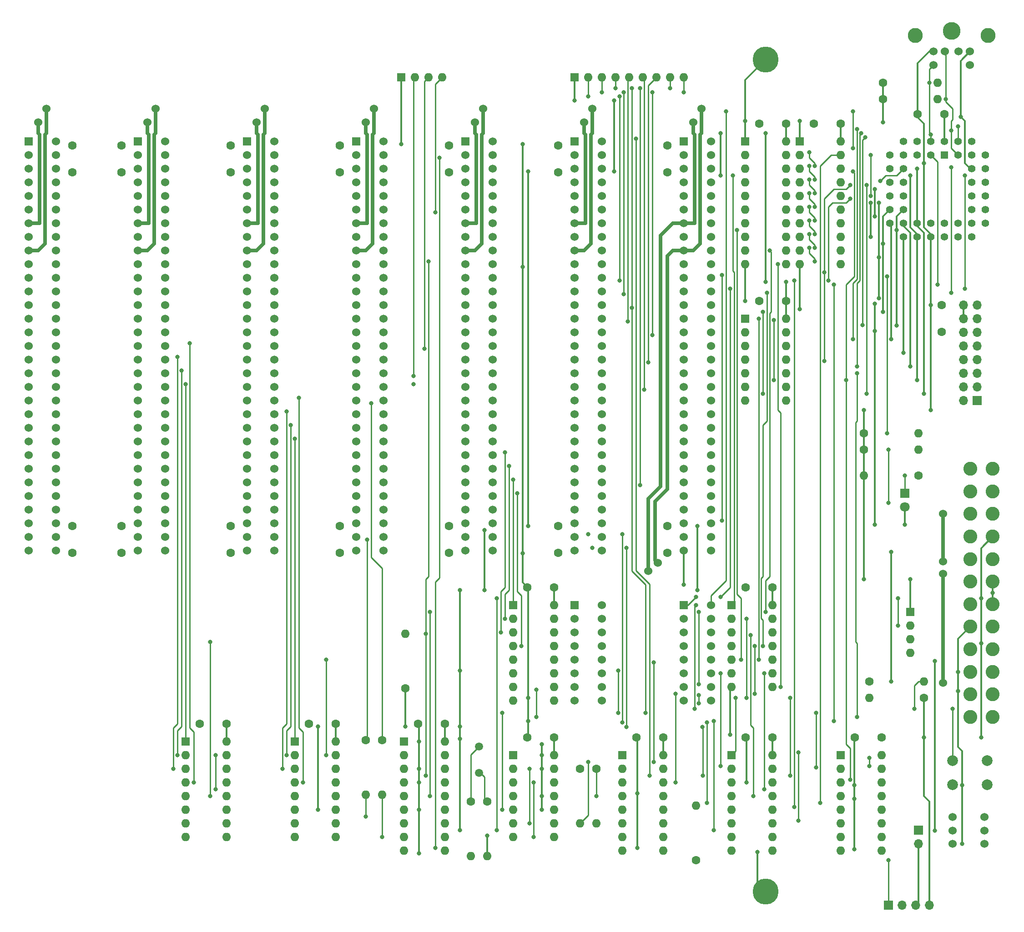
<source format=gbr>
G04 #@! TF.GenerationSoftware,KiCad,Pcbnew,(5.1.8)-1*
G04 #@! TF.CreationDate,2021-12-17T11:47:49-07:00*
G04 #@! TF.ProjectId,Multi,4d756c74-692e-46b6-9963-61645f706362,rev?*
G04 #@! TF.SameCoordinates,Original*
G04 #@! TF.FileFunction,Copper,L2,Bot*
G04 #@! TF.FilePolarity,Positive*
%FSLAX46Y46*%
G04 Gerber Fmt 4.6, Leading zero omitted, Abs format (unit mm)*
G04 Created by KiCad (PCBNEW (5.1.8)-1) date 2021-12-17 11:47:49*
%MOMM*%
%LPD*%
G01*
G04 APERTURE LIST*
G04 #@! TA.AperFunction,ComponentPad*
%ADD10O,1.600000X1.600000*%
G04 #@! TD*
G04 #@! TA.AperFunction,ComponentPad*
%ADD11R,1.600000X1.600000*%
G04 #@! TD*
G04 #@! TA.AperFunction,ComponentPad*
%ADD12C,1.600000*%
G04 #@! TD*
G04 #@! TA.AperFunction,ComponentPad*
%ADD13C,1.524000*%
G04 #@! TD*
G04 #@! TA.AperFunction,ComponentPad*
%ADD14R,1.524000X1.524000*%
G04 #@! TD*
G04 #@! TA.AperFunction,ComponentPad*
%ADD15C,4.826000*%
G04 #@! TD*
G04 #@! TA.AperFunction,ComponentPad*
%ADD16O,1.700000X1.700000*%
G04 #@! TD*
G04 #@! TA.AperFunction,ComponentPad*
%ADD17R,1.700000X1.700000*%
G04 #@! TD*
G04 #@! TA.AperFunction,ComponentPad*
%ADD18C,2.000000*%
G04 #@! TD*
G04 #@! TA.AperFunction,ComponentPad*
%ADD19C,1.800000*%
G04 #@! TD*
G04 #@! TA.AperFunction,ComponentPad*
%ADD20R,1.800000X1.800000*%
G04 #@! TD*
G04 #@! TA.AperFunction,ComponentPad*
%ADD21C,2.590800*%
G04 #@! TD*
G04 #@! TA.AperFunction,ComponentPad*
%ADD22C,2.794000*%
G04 #@! TD*
G04 #@! TA.AperFunction,ComponentPad*
%ADD23C,3.302000*%
G04 #@! TD*
G04 #@! TA.AperFunction,ComponentPad*
%ADD24C,1.500000*%
G04 #@! TD*
G04 #@! TA.AperFunction,ComponentPad*
%ADD25R,1.422400X1.422400*%
G04 #@! TD*
G04 #@! TA.AperFunction,ComponentPad*
%ADD26C,1.422400*%
G04 #@! TD*
G04 #@! TA.AperFunction,ViaPad*
%ADD27C,0.800000*%
G04 #@! TD*
G04 #@! TA.AperFunction,Conductor*
%ADD28C,0.330200*%
G04 #@! TD*
G04 #@! TA.AperFunction,Conductor*
%ADD29C,0.250000*%
G04 #@! TD*
G04 #@! TA.AperFunction,Conductor*
%ADD30C,0.635000*%
G04 #@! TD*
G04 #@! TA.AperFunction,Conductor*
%ADD31C,0.304800*%
G04 #@! TD*
G04 APERTURE END LIST*
D10*
G04 #@! TO.P,U2,20*
G04 #@! TO.N,/5+*
X111506000Y-43942000D03*
G04 #@! TO.P,U2,10*
G04 #@! TO.N,/GND*
X103886000Y-66802000D03*
G04 #@! TO.P,U2,19*
G04 #@! TO.N,/PORT_61_RD*
X111506000Y-46482000D03*
G04 #@! TO.P,U2,9*
G04 #@! TO.N,/D0*
X103886000Y-64262000D03*
G04 #@! TO.P,U2,18*
G04 #@! TO.N,/PORT_61_7*
X111506000Y-49022000D03*
G04 #@! TO.P,U2,8*
G04 #@! TO.N,/D1*
X103886000Y-61722000D03*
G04 #@! TO.P,U2,17*
G04 #@! TO.N,/PORT_61_6*
X111506000Y-51562000D03*
G04 #@! TO.P,U2,7*
G04 #@! TO.N,/D2*
X103886000Y-59182000D03*
G04 #@! TO.P,U2,16*
G04 #@! TO.N,/NMI_EN*
X111506000Y-54102000D03*
G04 #@! TO.P,U2,6*
G04 #@! TO.N,/D3*
X103886000Y-56642000D03*
G04 #@! TO.P,U2,15*
G04 #@! TO.N,/PORT_61_4*
X111506000Y-56642000D03*
G04 #@! TO.P,U2,5*
G04 #@! TO.N,/D4*
X103886000Y-54102000D03*
G04 #@! TO.P,U2,14*
G04 #@! TO.N,/PORT_61_3*
X111506000Y-59182000D03*
G04 #@! TO.P,U2,4*
G04 #@! TO.N,/D5*
X103886000Y-51562000D03*
G04 #@! TO.P,U2,13*
G04 #@! TO.N,/PORT_61_2*
X111506000Y-61722000D03*
G04 #@! TO.P,U2,3*
G04 #@! TO.N,/D6*
X103886000Y-49022000D03*
G04 #@! TO.P,U2,12*
G04 #@! TO.N,/SPK_EN*
X111506000Y-64262000D03*
G04 #@! TO.P,U2,2*
G04 #@! TO.N,/D7*
X103886000Y-46482000D03*
G04 #@! TO.P,U2,11*
G04 #@! TO.N,/SPK_GO*
X111506000Y-66802000D03*
D11*
G04 #@! TO.P,U2,1*
G04 #@! TO.N,/GND*
X103886000Y-43942000D03*
G04 #@! TD*
D10*
G04 #@! TO.P,U1,16*
G04 #@! TO.N,Net-(U1-Pad16)*
X119126000Y-158242000D03*
G04 #@! TO.P,U1,8*
G04 #@! TO.N,/GND*
X111506000Y-176022000D03*
G04 #@! TO.P,U1,15*
G04 #@! TO.N,/IO_0061*
X119126000Y-160782000D03*
G04 #@! TO.P,U1,7*
G04 #@! TO.N,Net-(U1-Pad7)*
X111506000Y-173482000D03*
G04 #@! TO.P,U1,14*
G04 #@! TO.N,/IORD*
X119126000Y-163322000D03*
G04 #@! TO.P,U1,6*
G04 #@! TO.N,Net-(U1-Pad6)*
X111506000Y-170942000D03*
G04 #@! TO.P,U1,13*
G04 #@! TO.N,/GND*
X119126000Y-165862000D03*
G04 #@! TO.P,U1,5*
G04 #@! TO.N,Net-(U1-Pad5)*
X111506000Y-168402000D03*
G04 #@! TO.P,U1,12*
G04 #@! TO.N,/PORT_61_RD*
X119126000Y-168402000D03*
G04 #@! TO.P,U1,4*
G04 #@! TO.N,/PORT_0X61_EN*
X111506000Y-165862000D03*
G04 #@! TO.P,U1,11*
G04 #@! TO.N,Net-(U1-Pad11)*
X119126000Y-170942000D03*
G04 #@! TO.P,U1,3*
G04 #@! TO.N,/GND*
X111506000Y-163322000D03*
G04 #@! TO.P,U1,10*
G04 #@! TO.N,Net-(U1-Pad10)*
X119126000Y-173482000D03*
G04 #@! TO.P,U1,2*
G04 #@! TO.N,/IOWR*
X111506000Y-160782000D03*
G04 #@! TO.P,U1,9*
G04 #@! TO.N,Net-(U1-Pad9)*
X119126000Y-176022000D03*
D11*
G04 #@! TO.P,U1,1*
G04 #@! TO.N,/IO_0061*
X111506000Y-158242000D03*
G04 #@! TD*
D12*
G04 #@! TO.P,C19,2*
G04 #@! TO.N,/5+*
X111506000Y-40640000D03*
G04 #@! TO.P,C19,1*
G04 #@! TO.N,/GND*
X106506000Y-40640000D03*
G04 #@! TD*
G04 #@! TO.P,C18,2*
G04 #@! TO.N,/5+*
X119126000Y-154940000D03*
G04 #@! TO.P,C18,1*
G04 #@! TO.N,/GND*
X114126000Y-154940000D03*
G04 #@! TD*
D10*
G04 #@! TO.P,RN3,4*
G04 #@! TO.N,/DRQ0*
X124460000Y-139192000D03*
G04 #@! TO.P,RN3,3*
G04 #@! TO.N,/HOLD*
X124460000Y-136652000D03*
G04 #@! TO.P,RN3,2*
G04 #@! TO.N,/NMI_EN*
X124460000Y-134112000D03*
D11*
G04 #@! TO.P,RN3,1*
G04 #@! TO.N,/GND*
X124460000Y-131572000D03*
G04 #@! TD*
D13*
G04 #@! TO.P,R,1*
G04 #@! TO.N,/12+*
X-36322000Y-37846000D03*
G04 #@! TD*
G04 #@! TO.P,R,1*
G04 #@! TO.N,/12-*
X-37846000Y-40386000D03*
G04 #@! TD*
G04 #@! TO.P,R,1*
G04 #@! TO.N,/12+*
X-16002000Y-37846000D03*
G04 #@! TD*
G04 #@! TO.P,R,1*
G04 #@! TO.N,/12-*
X-17526000Y-40386000D03*
G04 #@! TD*
G04 #@! TO.P,R,1*
G04 #@! TO.N,/12+*
X4318000Y-37846000D03*
G04 #@! TD*
G04 #@! TO.P,R,1*
G04 #@! TO.N,/12-*
X2794000Y-40386000D03*
G04 #@! TD*
D12*
G04 #@! TO.P,C17,2*
G04 #@! TO.N,/5+*
X-2032000Y-49704000D03*
G04 #@! TO.P,C17,1*
G04 #@! TO.N,/GND*
X-2032000Y-44704000D03*
G04 #@! TD*
G04 #@! TO.P,C16,2*
G04 #@! TO.N,/5+*
X-2032000Y-115570000D03*
G04 #@! TO.P,C16,1*
G04 #@! TO.N,/GND*
X-2032000Y-120570000D03*
G04 #@! TD*
G04 #@! TO.P,C15,2*
G04 #@! TO.N,/5+*
X-22352000Y-49704000D03*
G04 #@! TO.P,C15,1*
G04 #@! TO.N,/GND*
X-22352000Y-44704000D03*
G04 #@! TD*
G04 #@! TO.P,C14,2*
G04 #@! TO.N,/5+*
X18288000Y-115570000D03*
G04 #@! TO.P,C14,1*
G04 #@! TO.N,/GND*
X18288000Y-120570000D03*
G04 #@! TD*
G04 #@! TO.P,C13,2*
G04 #@! TO.N,/5+*
X18288000Y-49704000D03*
G04 #@! TO.P,C13,1*
G04 #@! TO.N,/GND*
X18288000Y-44704000D03*
G04 #@! TD*
G04 #@! TO.P,C11,2*
G04 #@! TO.N,/5+*
X-22352000Y-115570000D03*
G04 #@! TO.P,C11,1*
G04 #@! TO.N,/GND*
X-22352000Y-120570000D03*
G04 #@! TD*
G04 #@! TO.P,C27,2*
G04 #@! TO.N,/5+*
X-31496000Y-115570000D03*
G04 #@! TO.P,C27,1*
G04 #@! TO.N,/GND*
X-31496000Y-120570000D03*
G04 #@! TD*
D13*
G04 #@! TO.P,J14,62*
G04 #@! TO.N,/A0*
X6096000Y-120142000D03*
G04 #@! TO.P,J14,61*
G04 #@! TO.N,/A1*
X6096000Y-117602000D03*
G04 #@! TO.P,J14,60*
G04 #@! TO.N,/A2*
X6096000Y-115062000D03*
G04 #@! TO.P,J14,59*
G04 #@! TO.N,/A3*
X6096000Y-112522000D03*
G04 #@! TO.P,J14,58*
G04 #@! TO.N,/A4*
X6096000Y-109982000D03*
G04 #@! TO.P,J14,57*
G04 #@! TO.N,/A5*
X6096000Y-107442000D03*
G04 #@! TO.P,J14,56*
G04 #@! TO.N,/A6*
X6096000Y-104902000D03*
G04 #@! TO.P,J14,55*
G04 #@! TO.N,/A7*
X6096000Y-102362000D03*
G04 #@! TO.P,J14,54*
G04 #@! TO.N,/A8*
X6096000Y-99822000D03*
G04 #@! TO.P,J14,53*
G04 #@! TO.N,/A9*
X6096000Y-97282000D03*
G04 #@! TO.P,J14,52*
G04 #@! TO.N,/A10*
X6096000Y-94742000D03*
G04 #@! TO.P,J14,51*
G04 #@! TO.N,/A11*
X6096000Y-92202000D03*
G04 #@! TO.P,J14,50*
G04 #@! TO.N,/A12*
X6096000Y-89662000D03*
G04 #@! TO.P,J14,49*
G04 #@! TO.N,/A13*
X6096000Y-87122000D03*
G04 #@! TO.P,J14,48*
G04 #@! TO.N,/A14*
X6096000Y-84582000D03*
G04 #@! TO.P,J14,47*
G04 #@! TO.N,/A15*
X6096000Y-82042000D03*
G04 #@! TO.P,J14,46*
G04 #@! TO.N,/A16*
X6096000Y-79502000D03*
G04 #@! TO.P,J14,45*
G04 #@! TO.N,/A17*
X6096000Y-76962000D03*
G04 #@! TO.P,J14,44*
G04 #@! TO.N,/A18*
X6096000Y-74422000D03*
G04 #@! TO.P,J14,43*
G04 #@! TO.N,/A19*
X6096000Y-71882000D03*
G04 #@! TO.P,J14,42*
G04 #@! TO.N,/AEN*
X6096000Y-69342000D03*
G04 #@! TO.P,J14,41*
G04 #@! TO.N,/RDY1*
X6096000Y-66802000D03*
G04 #@! TO.P,J14,40*
G04 #@! TO.N,/D0*
X6096000Y-64262000D03*
G04 #@! TO.P,J14,39*
G04 #@! TO.N,/D1*
X6096000Y-61722000D03*
G04 #@! TO.P,J14,38*
G04 #@! TO.N,/D2*
X6096000Y-59182000D03*
G04 #@! TO.P,J14,37*
G04 #@! TO.N,/D3*
X6096000Y-56642000D03*
G04 #@! TO.P,J14,36*
G04 #@! TO.N,/D4*
X6096000Y-54102000D03*
G04 #@! TO.P,J14,35*
G04 #@! TO.N,/D5*
X6096000Y-51562000D03*
G04 #@! TO.P,J14,34*
G04 #@! TO.N,/D6*
X6096000Y-49022000D03*
G04 #@! TO.P,J14,33*
G04 #@! TO.N,/D7*
X6096000Y-46482000D03*
G04 #@! TO.P,J14,32*
G04 #@! TO.N,/CH_CK*
X6096000Y-43942000D03*
G04 #@! TO.P,J14,31*
G04 #@! TO.N,/GND*
X1016000Y-120142000D03*
G04 #@! TO.P,J14,30*
G04 #@! TO.N,/OSC88*
X1016000Y-117602000D03*
G04 #@! TO.P,J14,29*
G04 #@! TO.N,/5+*
X1016000Y-115062000D03*
G04 #@! TO.P,J14,28*
G04 #@! TO.N,/ALE*
X1016000Y-112522000D03*
G04 #@! TO.P,J14,27*
G04 #@! TO.N,/TC*
X1016000Y-109982000D03*
G04 #@! TO.P,J14,26*
G04 #@! TO.N,/DACK2*
X1016000Y-107442000D03*
G04 #@! TO.P,J14,25*
G04 #@! TO.N,/IRQ3*
X1016000Y-104902000D03*
G04 #@! TO.P,J14,24*
G04 #@! TO.N,/IRQ4*
X1016000Y-102362000D03*
G04 #@! TO.P,J14,23*
G04 #@! TO.N,/IRQ5*
X1016000Y-99822000D03*
G04 #@! TO.P,J14,22*
G04 #@! TO.N,/IRQ6*
X1016000Y-97282000D03*
G04 #@! TO.P,J14,21*
G04 #@! TO.N,/IRQ7*
X1016000Y-94742000D03*
G04 #@! TO.P,J14,20*
G04 #@! TO.N,/CLK88*
X1016000Y-92202000D03*
G04 #@! TO.P,J14,19*
G04 #@! TO.N,/REFRQ*
X1016000Y-89662000D03*
G04 #@! TO.P,J14,18*
G04 #@! TO.N,/DRQ1*
X1016000Y-87122000D03*
G04 #@! TO.P,J14,17*
G04 #@! TO.N,/DACK1*
X1016000Y-84582000D03*
G04 #@! TO.P,J14,16*
G04 #@! TO.N,/DRQ3*
X1016000Y-82042000D03*
G04 #@! TO.P,J14,15*
G04 #@! TO.N,/DACK3*
X1016000Y-79502000D03*
G04 #@! TO.P,J14,14*
G04 #@! TO.N,/IORD*
X1016000Y-76962000D03*
G04 #@! TO.P,J14,13*
G04 #@! TO.N,/IOWR*
X1016000Y-74422000D03*
G04 #@! TO.P,J14,12*
G04 #@! TO.N,/MRD*
X1016000Y-71882000D03*
G04 #@! TO.P,J14,11*
G04 #@! TO.N,/MWR*
X1016000Y-69342000D03*
G04 #@! TO.P,J14,10*
G04 #@! TO.N,/GND*
X1016000Y-66802000D03*
G04 #@! TO.P,J14,9*
G04 #@! TO.N,/12+*
X1016000Y-64262000D03*
G04 #@! TO.P,J14,8*
G04 #@! TO.N,/NC*
X1016000Y-61722000D03*
G04 #@! TO.P,J14,7*
G04 #@! TO.N,/12-*
X1016000Y-59182000D03*
G04 #@! TO.P,J14,6*
G04 #@! TO.N,/DRQ2*
X1016000Y-56642000D03*
G04 #@! TO.P,J14,5*
G04 #@! TO.N,/5-*
X1016000Y-54102000D03*
G04 #@! TO.P,J14,4*
G04 #@! TO.N,/IRQ2*
X1016000Y-51562000D03*
G04 #@! TO.P,J14,3*
G04 #@! TO.N,/5+*
X1016000Y-49022000D03*
G04 #@! TO.P,J14,2*
G04 #@! TO.N,/RESOUT*
X1016000Y-46482000D03*
D14*
G04 #@! TO.P,J14,1*
G04 #@! TO.N,/GND*
X1016000Y-43942000D03*
G04 #@! TD*
D13*
G04 #@! TO.P,J13,62*
G04 #@! TO.N,/A0*
X-14224000Y-120142000D03*
G04 #@! TO.P,J13,61*
G04 #@! TO.N,/A1*
X-14224000Y-117602000D03*
G04 #@! TO.P,J13,60*
G04 #@! TO.N,/A2*
X-14224000Y-115062000D03*
G04 #@! TO.P,J13,59*
G04 #@! TO.N,/A3*
X-14224000Y-112522000D03*
G04 #@! TO.P,J13,58*
G04 #@! TO.N,/A4*
X-14224000Y-109982000D03*
G04 #@! TO.P,J13,57*
G04 #@! TO.N,/A5*
X-14224000Y-107442000D03*
G04 #@! TO.P,J13,56*
G04 #@! TO.N,/A6*
X-14224000Y-104902000D03*
G04 #@! TO.P,J13,55*
G04 #@! TO.N,/A7*
X-14224000Y-102362000D03*
G04 #@! TO.P,J13,54*
G04 #@! TO.N,/A8*
X-14224000Y-99822000D03*
G04 #@! TO.P,J13,53*
G04 #@! TO.N,/A9*
X-14224000Y-97282000D03*
G04 #@! TO.P,J13,52*
G04 #@! TO.N,/A10*
X-14224000Y-94742000D03*
G04 #@! TO.P,J13,51*
G04 #@! TO.N,/A11*
X-14224000Y-92202000D03*
G04 #@! TO.P,J13,50*
G04 #@! TO.N,/A12*
X-14224000Y-89662000D03*
G04 #@! TO.P,J13,49*
G04 #@! TO.N,/A13*
X-14224000Y-87122000D03*
G04 #@! TO.P,J13,48*
G04 #@! TO.N,/A14*
X-14224000Y-84582000D03*
G04 #@! TO.P,J13,47*
G04 #@! TO.N,/A15*
X-14224000Y-82042000D03*
G04 #@! TO.P,J13,46*
G04 #@! TO.N,/A16*
X-14224000Y-79502000D03*
G04 #@! TO.P,J13,45*
G04 #@! TO.N,/A17*
X-14224000Y-76962000D03*
G04 #@! TO.P,J13,44*
G04 #@! TO.N,/A18*
X-14224000Y-74422000D03*
G04 #@! TO.P,J13,43*
G04 #@! TO.N,/A19*
X-14224000Y-71882000D03*
G04 #@! TO.P,J13,42*
G04 #@! TO.N,/AEN*
X-14224000Y-69342000D03*
G04 #@! TO.P,J13,41*
G04 #@! TO.N,/RDY1*
X-14224000Y-66802000D03*
G04 #@! TO.P,J13,40*
G04 #@! TO.N,/D0*
X-14224000Y-64262000D03*
G04 #@! TO.P,J13,39*
G04 #@! TO.N,/D1*
X-14224000Y-61722000D03*
G04 #@! TO.P,J13,38*
G04 #@! TO.N,/D2*
X-14224000Y-59182000D03*
G04 #@! TO.P,J13,37*
G04 #@! TO.N,/D3*
X-14224000Y-56642000D03*
G04 #@! TO.P,J13,36*
G04 #@! TO.N,/D4*
X-14224000Y-54102000D03*
G04 #@! TO.P,J13,35*
G04 #@! TO.N,/D5*
X-14224000Y-51562000D03*
G04 #@! TO.P,J13,34*
G04 #@! TO.N,/D6*
X-14224000Y-49022000D03*
G04 #@! TO.P,J13,33*
G04 #@! TO.N,/D7*
X-14224000Y-46482000D03*
G04 #@! TO.P,J13,32*
G04 #@! TO.N,/CH_CK*
X-14224000Y-43942000D03*
G04 #@! TO.P,J13,31*
G04 #@! TO.N,/GND*
X-19304000Y-120142000D03*
G04 #@! TO.P,J13,30*
G04 #@! TO.N,/OSC88*
X-19304000Y-117602000D03*
G04 #@! TO.P,J13,29*
G04 #@! TO.N,/5+*
X-19304000Y-115062000D03*
G04 #@! TO.P,J13,28*
G04 #@! TO.N,/ALE*
X-19304000Y-112522000D03*
G04 #@! TO.P,J13,27*
G04 #@! TO.N,/TC*
X-19304000Y-109982000D03*
G04 #@! TO.P,J13,26*
G04 #@! TO.N,/DACK2*
X-19304000Y-107442000D03*
G04 #@! TO.P,J13,25*
G04 #@! TO.N,/IRQ3*
X-19304000Y-104902000D03*
G04 #@! TO.P,J13,24*
G04 #@! TO.N,/IRQ4*
X-19304000Y-102362000D03*
G04 #@! TO.P,J13,23*
G04 #@! TO.N,/IRQ5*
X-19304000Y-99822000D03*
G04 #@! TO.P,J13,22*
G04 #@! TO.N,/IRQ6*
X-19304000Y-97282000D03*
G04 #@! TO.P,J13,21*
G04 #@! TO.N,/IRQ7*
X-19304000Y-94742000D03*
G04 #@! TO.P,J13,20*
G04 #@! TO.N,/CLK88*
X-19304000Y-92202000D03*
G04 #@! TO.P,J13,19*
G04 #@! TO.N,/REFRQ*
X-19304000Y-89662000D03*
G04 #@! TO.P,J13,18*
G04 #@! TO.N,/DRQ1*
X-19304000Y-87122000D03*
G04 #@! TO.P,J13,17*
G04 #@! TO.N,/DACK1*
X-19304000Y-84582000D03*
G04 #@! TO.P,J13,16*
G04 #@! TO.N,/DRQ3*
X-19304000Y-82042000D03*
G04 #@! TO.P,J13,15*
G04 #@! TO.N,/DACK3*
X-19304000Y-79502000D03*
G04 #@! TO.P,J13,14*
G04 #@! TO.N,/IORD*
X-19304000Y-76962000D03*
G04 #@! TO.P,J13,13*
G04 #@! TO.N,/IOWR*
X-19304000Y-74422000D03*
G04 #@! TO.P,J13,12*
G04 #@! TO.N,/MRD*
X-19304000Y-71882000D03*
G04 #@! TO.P,J13,11*
G04 #@! TO.N,/MWR*
X-19304000Y-69342000D03*
G04 #@! TO.P,J13,10*
G04 #@! TO.N,/GND*
X-19304000Y-66802000D03*
G04 #@! TO.P,J13,9*
G04 #@! TO.N,/12+*
X-19304000Y-64262000D03*
G04 #@! TO.P,J13,8*
G04 #@! TO.N,/NC*
X-19304000Y-61722000D03*
G04 #@! TO.P,J13,7*
G04 #@! TO.N,/12-*
X-19304000Y-59182000D03*
G04 #@! TO.P,J13,6*
G04 #@! TO.N,/DRQ2*
X-19304000Y-56642000D03*
G04 #@! TO.P,J13,5*
G04 #@! TO.N,/5-*
X-19304000Y-54102000D03*
G04 #@! TO.P,J13,4*
G04 #@! TO.N,/IRQ2*
X-19304000Y-51562000D03*
G04 #@! TO.P,J13,3*
G04 #@! TO.N,/5+*
X-19304000Y-49022000D03*
G04 #@! TO.P,J13,2*
G04 #@! TO.N,/RESOUT*
X-19304000Y-46482000D03*
D14*
G04 #@! TO.P,J13,1*
G04 #@! TO.N,/GND*
X-19304000Y-43942000D03*
G04 #@! TD*
D13*
G04 #@! TO.P,J12,62*
G04 #@! TO.N,/A0*
X-34544000Y-120142000D03*
G04 #@! TO.P,J12,61*
G04 #@! TO.N,/A1*
X-34544000Y-117602000D03*
G04 #@! TO.P,J12,60*
G04 #@! TO.N,/A2*
X-34544000Y-115062000D03*
G04 #@! TO.P,J12,59*
G04 #@! TO.N,/A3*
X-34544000Y-112522000D03*
G04 #@! TO.P,J12,58*
G04 #@! TO.N,/A4*
X-34544000Y-109982000D03*
G04 #@! TO.P,J12,57*
G04 #@! TO.N,/A5*
X-34544000Y-107442000D03*
G04 #@! TO.P,J12,56*
G04 #@! TO.N,/A6*
X-34544000Y-104902000D03*
G04 #@! TO.P,J12,55*
G04 #@! TO.N,/A7*
X-34544000Y-102362000D03*
G04 #@! TO.P,J12,54*
G04 #@! TO.N,/A8*
X-34544000Y-99822000D03*
G04 #@! TO.P,J12,53*
G04 #@! TO.N,/A9*
X-34544000Y-97282000D03*
G04 #@! TO.P,J12,52*
G04 #@! TO.N,/A10*
X-34544000Y-94742000D03*
G04 #@! TO.P,J12,51*
G04 #@! TO.N,/A11*
X-34544000Y-92202000D03*
G04 #@! TO.P,J12,50*
G04 #@! TO.N,/A12*
X-34544000Y-89662000D03*
G04 #@! TO.P,J12,49*
G04 #@! TO.N,/A13*
X-34544000Y-87122000D03*
G04 #@! TO.P,J12,48*
G04 #@! TO.N,/A14*
X-34544000Y-84582000D03*
G04 #@! TO.P,J12,47*
G04 #@! TO.N,/A15*
X-34544000Y-82042000D03*
G04 #@! TO.P,J12,46*
G04 #@! TO.N,/A16*
X-34544000Y-79502000D03*
G04 #@! TO.P,J12,45*
G04 #@! TO.N,/A17*
X-34544000Y-76962000D03*
G04 #@! TO.P,J12,44*
G04 #@! TO.N,/A18*
X-34544000Y-74422000D03*
G04 #@! TO.P,J12,43*
G04 #@! TO.N,/A19*
X-34544000Y-71882000D03*
G04 #@! TO.P,J12,42*
G04 #@! TO.N,/AEN*
X-34544000Y-69342000D03*
G04 #@! TO.P,J12,41*
G04 #@! TO.N,/RDY1*
X-34544000Y-66802000D03*
G04 #@! TO.P,J12,40*
G04 #@! TO.N,/D0*
X-34544000Y-64262000D03*
G04 #@! TO.P,J12,39*
G04 #@! TO.N,/D1*
X-34544000Y-61722000D03*
G04 #@! TO.P,J12,38*
G04 #@! TO.N,/D2*
X-34544000Y-59182000D03*
G04 #@! TO.P,J12,37*
G04 #@! TO.N,/D3*
X-34544000Y-56642000D03*
G04 #@! TO.P,J12,36*
G04 #@! TO.N,/D4*
X-34544000Y-54102000D03*
G04 #@! TO.P,J12,35*
G04 #@! TO.N,/D5*
X-34544000Y-51562000D03*
G04 #@! TO.P,J12,34*
G04 #@! TO.N,/D6*
X-34544000Y-49022000D03*
G04 #@! TO.P,J12,33*
G04 #@! TO.N,/D7*
X-34544000Y-46482000D03*
G04 #@! TO.P,J12,32*
G04 #@! TO.N,/CH_CK*
X-34544000Y-43942000D03*
G04 #@! TO.P,J12,31*
G04 #@! TO.N,/GND*
X-39624000Y-120142000D03*
G04 #@! TO.P,J12,30*
G04 #@! TO.N,/OSC88*
X-39624000Y-117602000D03*
G04 #@! TO.P,J12,29*
G04 #@! TO.N,/5+*
X-39624000Y-115062000D03*
G04 #@! TO.P,J12,28*
G04 #@! TO.N,/ALE*
X-39624000Y-112522000D03*
G04 #@! TO.P,J12,27*
G04 #@! TO.N,/TC*
X-39624000Y-109982000D03*
G04 #@! TO.P,J12,26*
G04 #@! TO.N,/DACK2*
X-39624000Y-107442000D03*
G04 #@! TO.P,J12,25*
G04 #@! TO.N,/IRQ3*
X-39624000Y-104902000D03*
G04 #@! TO.P,J12,24*
G04 #@! TO.N,/IRQ4*
X-39624000Y-102362000D03*
G04 #@! TO.P,J12,23*
G04 #@! TO.N,/IRQ5*
X-39624000Y-99822000D03*
G04 #@! TO.P,J12,22*
G04 #@! TO.N,/IRQ6*
X-39624000Y-97282000D03*
G04 #@! TO.P,J12,21*
G04 #@! TO.N,/IRQ7*
X-39624000Y-94742000D03*
G04 #@! TO.P,J12,20*
G04 #@! TO.N,/CLK88*
X-39624000Y-92202000D03*
G04 #@! TO.P,J12,19*
G04 #@! TO.N,/REFRQ*
X-39624000Y-89662000D03*
G04 #@! TO.P,J12,18*
G04 #@! TO.N,/DRQ1*
X-39624000Y-87122000D03*
G04 #@! TO.P,J12,17*
G04 #@! TO.N,/DACK1*
X-39624000Y-84582000D03*
G04 #@! TO.P,J12,16*
G04 #@! TO.N,/DRQ3*
X-39624000Y-82042000D03*
G04 #@! TO.P,J12,15*
G04 #@! TO.N,/DACK3*
X-39624000Y-79502000D03*
G04 #@! TO.P,J12,14*
G04 #@! TO.N,/IORD*
X-39624000Y-76962000D03*
G04 #@! TO.P,J12,13*
G04 #@! TO.N,/IOWR*
X-39624000Y-74422000D03*
G04 #@! TO.P,J12,12*
G04 #@! TO.N,/MRD*
X-39624000Y-71882000D03*
G04 #@! TO.P,J12,11*
G04 #@! TO.N,/MWR*
X-39624000Y-69342000D03*
G04 #@! TO.P,J12,10*
G04 #@! TO.N,/GND*
X-39624000Y-66802000D03*
G04 #@! TO.P,J12,9*
G04 #@! TO.N,/12+*
X-39624000Y-64262000D03*
G04 #@! TO.P,J12,8*
G04 #@! TO.N,/NC*
X-39624000Y-61722000D03*
G04 #@! TO.P,J12,7*
G04 #@! TO.N,/12-*
X-39624000Y-59182000D03*
G04 #@! TO.P,J12,6*
G04 #@! TO.N,/DRQ2*
X-39624000Y-56642000D03*
G04 #@! TO.P,J12,5*
G04 #@! TO.N,/5-*
X-39624000Y-54102000D03*
G04 #@! TO.P,J12,4*
G04 #@! TO.N,/IRQ2*
X-39624000Y-51562000D03*
G04 #@! TO.P,J12,3*
G04 #@! TO.N,/5+*
X-39624000Y-49022000D03*
G04 #@! TO.P,J12,2*
G04 #@! TO.N,/RESOUT*
X-39624000Y-46482000D03*
D14*
G04 #@! TO.P,J12,1*
G04 #@! TO.N,/GND*
X-39624000Y-43942000D03*
G04 #@! TD*
D13*
G04 #@! TO.P,J11,16*
G04 #@! TO.N,/RESET*
X67056000Y-130302000D03*
G04 #@! TO.P,J11,15*
G04 #@! TO.N,/READY*
X67056000Y-132842000D03*
D14*
G04 #@! TO.P,J11,1*
G04 #@! TO.N,/IRQ1*
X61976000Y-130302000D03*
D13*
G04 #@! TO.P,J11,2*
G04 #@! TO.N,/IO_000X*
X61976000Y-132842000D03*
G04 #@! TO.P,J11,3*
G04 #@! TO.N,/IO_002X*
X61976000Y-135382000D03*
G04 #@! TO.P,J11,4*
G04 #@! TO.N,/IO_004X*
X61976000Y-137922000D03*
G04 #@! TO.P,J11,5*
G04 #@! TO.N,/IO_006X*
X61976000Y-140462000D03*
G04 #@! TO.P,J11,6*
G04 #@! TO.N,/IO_008X*
X61976000Y-143002000D03*
G04 #@! TO.P,J11,7*
G04 #@! TO.N,/NC_1*
X61976000Y-145542000D03*
G04 #@! TO.P,J11,8*
G04 #@! TO.N,/NMI*
X61976000Y-148082000D03*
G04 #@! TO.P,J11,9*
G04 #@! TO.N,/SPK_OUT*
X67056000Y-148082000D03*
G04 #@! TO.P,J11,10*
G04 #@! TO.N,/SPK_GO*
X67056000Y-145542000D03*
G04 #@! TO.P,J11,11*
G04 #@! TO.N,/HF_PCLK*
X67056000Y-143002000D03*
G04 #@! TO.P,J11,12*
G04 #@! TO.N,/DRQ0*
X67056000Y-140462000D03*
G04 #@! TO.P,J11,13*
G04 #@! TO.N,/HOLDA*
X67056000Y-137922000D03*
G04 #@! TO.P,J11,14*
G04 #@! TO.N,/HOLD*
X67056000Y-135382000D03*
G04 #@! TD*
D15*
G04 #@! TO.P,REF\u002A\u002A,*
G04 #@! TO.N,/GND*
X97536000Y-183642000D03*
G04 #@! TD*
D10*
G04 #@! TO.P,RN1,4*
G04 #@! TO.N,/DRQ2*
X37338000Y-32004000D03*
G04 #@! TO.P,RN1,3*
G04 #@! TO.N,/DRQ3*
X34798000Y-32004000D03*
G04 #@! TO.P,RN1,2*
G04 #@! TO.N,/DRQ1*
X32258000Y-32004000D03*
D11*
G04 #@! TO.P,RN1,1*
G04 #@! TO.N,/GND*
X29718000Y-32004000D03*
G04 #@! TD*
D10*
G04 #@! TO.P,R13,2*
G04 #@! TO.N,/TC*
X125984000Y-101346000D03*
D12*
G04 #@! TO.P,R13,1*
G04 #@! TO.N,/GND*
X115824000Y-101346000D03*
G04 #@! TD*
D10*
G04 #@! TO.P,R12,2*
G04 #@! TO.N,/AEN*
X125984000Y-98298000D03*
D12*
G04 #@! TO.P,R12,1*
G04 #@! TO.N,/GND*
X115824000Y-98298000D03*
G04 #@! TD*
D10*
G04 #@! TO.P,RN2,9*
G04 #@! TO.N,/DACK3*
X82296000Y-32004000D03*
G04 #@! TO.P,RN2,8*
G04 #@! TO.N,/DACK2*
X79756000Y-32004000D03*
G04 #@! TO.P,RN2,7*
G04 #@! TO.N,/DACK1*
X77216000Y-32004000D03*
G04 #@! TO.P,RN2,6*
G04 #@! TO.N,/REFRQ*
X74676000Y-32004000D03*
G04 #@! TO.P,RN2,5*
G04 #@! TO.N,/IORD*
X72136000Y-32004000D03*
G04 #@! TO.P,RN2,4*
G04 #@! TO.N,/IOWR*
X69596000Y-32004000D03*
G04 #@! TO.P,RN2,3*
G04 #@! TO.N,/MRD*
X67056000Y-32004000D03*
G04 #@! TO.P,RN2,2*
G04 #@! TO.N,/MWR*
X64516000Y-32004000D03*
D11*
G04 #@! TO.P,RN2,1*
G04 #@! TO.N,/5+*
X61976000Y-32004000D03*
G04 #@! TD*
D13*
G04 #@! TO.P,R,1*
G04 #@! TO.N,/12+*
X130556000Y-113284000D03*
G04 #@! TD*
G04 #@! TO.P,R,1*
G04 #@! TO.N,/12+*
X130556000Y-122174000D03*
G04 #@! TD*
G04 #@! TO.P,R,1*
G04 #@! TO.N,/12-*
X130556000Y-144780000D03*
G04 #@! TD*
G04 #@! TO.P,R,1*
G04 #@! TO.N,/12-*
X130556000Y-124460000D03*
G04 #@! TD*
D10*
G04 #@! TO.P,R9,2*
G04 #@! TO.N,/T1*
X129540000Y-36040000D03*
D12*
G04 #@! TO.P,R9,1*
G04 #@! TO.N,/5+*
X119380000Y-36040000D03*
G04 #@! TD*
D10*
G04 #@! TO.P,R8,2*
G04 #@! TO.N,/T0*
X129540000Y-33020000D03*
D12*
G04 #@! TO.P,R8,1*
G04 #@! TO.N,/5+*
X119380000Y-33020000D03*
G04 #@! TD*
D10*
G04 #@! TO.P,R7,2*
G04 #@! TO.N,/CH_CK*
X116840000Y-147574000D03*
D12*
G04 #@! TO.P,R7,1*
G04 #@! TO.N,/5+*
X127000000Y-147574000D03*
G04 #@! TD*
D10*
G04 #@! TO.P,R6,2*
G04 #@! TO.N,/RDY1*
X30480000Y-135636000D03*
D12*
G04 #@! TO.P,R6,1*
G04 #@! TO.N,/5+*
X30480000Y-145796000D03*
G04 #@! TD*
D13*
G04 #@! TO.P,R,1*
G04 #@! TO.N,/12-*
X75692000Y-123952000D03*
G04 #@! TD*
G04 #@! TO.P,R,1*
G04 #@! TO.N,/12+*
X77470000Y-122428000D03*
G04 #@! TD*
D12*
G04 #@! TO.P,C10,2*
G04 #@! TO.N,/5+*
X130302000Y-79422000D03*
G04 #@! TO.P,C10,1*
G04 #@! TO.N,/GND*
X130302000Y-74422000D03*
G04 #@! TD*
G04 #@! TO.P,C9,2*
G04 #@! TO.N,/5+*
X130810000Y-38862000D03*
G04 #@! TO.P,C9,1*
G04 #@! TO.N,/GND*
X125810000Y-38862000D03*
G04 #@! TD*
D10*
G04 #@! TO.P,R4,2*
G04 #@! TO.N,/GND*
X42672000Y-177038000D03*
D12*
G04 #@! TO.P,R4,1*
G04 #@! TO.N,/X1_8284*
X42672000Y-166878000D03*
G04 #@! TD*
D10*
G04 #@! TO.P,R2,2*
G04 #@! TO.N,/GND*
X45720000Y-177038000D03*
D12*
G04 #@! TO.P,R2,1*
G04 #@! TO.N,/X2_8284*
X45720000Y-166878000D03*
G04 #@! TD*
D10*
G04 #@! TO.P,R18,2*
G04 #@! TO.N,/CLK*
X26162000Y-165608000D03*
D12*
G04 #@! TO.P,R18,1*
G04 #@! TO.N,/CLK88*
X26162000Y-155448000D03*
G04 #@! TD*
D10*
G04 #@! TO.P,R17,2*
G04 #@! TO.N,/PCLK*
X62992000Y-170942000D03*
D12*
G04 #@! TO.P,R17,1*
G04 #@! TO.N,/PCLK88*
X62992000Y-160782000D03*
G04 #@! TD*
D10*
G04 #@! TO.P,R14,2*
G04 #@! TO.N,/OSC*
X23114000Y-165608000D03*
D12*
G04 #@! TO.P,R14,1*
G04 #@! TO.N,/OSC88*
X23114000Y-155448000D03*
G04 #@! TD*
D10*
G04 #@! TO.P,R5,2*
G04 #@! TO.N,/RESET*
X127000000Y-144526000D03*
D12*
G04 #@! TO.P,R5,1*
G04 #@! TO.N,/POWER_GOOD*
X116840000Y-144526000D03*
G04 #@! TD*
D10*
G04 #@! TO.P,R3,2*
G04 #@! TO.N,/OSC*
X66040000Y-170942000D03*
D12*
G04 #@! TO.P,R3,1*
G04 #@! TO.N,/OSC88HF*
X66040000Y-160782000D03*
G04 #@! TD*
D10*
G04 #@! TO.P,U3,2*
G04 #@! TO.N,/SPK_PIN*
X84582000Y-167640000D03*
D12*
G04 #@! TO.P,U3,1*
G04 #@! TO.N,/SPK_PIN_O*
X84582000Y-177800000D03*
G04 #@! TD*
D16*
G04 #@! TO.P,J6,2*
G04 #@! TO.N,/GND*
X125984000Y-174752000D03*
D17*
G04 #@! TO.P,J6,1*
G04 #@! TO.N,/POWER_ON*
X125984000Y-172212000D03*
G04 #@! TD*
D16*
G04 #@! TO.P,J3,4*
G04 #@! TO.N,/5+*
X128016000Y-186182000D03*
G04 #@! TO.P,J3,3*
G04 #@! TO.N,/GND*
X125476000Y-186182000D03*
G04 #@! TO.P,J3,2*
G04 #@! TO.N,Net-(J3-Pad2)*
X122936000Y-186182000D03*
D17*
G04 #@! TO.P,J3,1*
G04 #@! TO.N,/SPK_PIN_O*
X120396000Y-186182000D03*
G04 #@! TD*
D12*
G04 #@! TO.P,C1,2*
G04 #@! TO.N,/5+*
X101346000Y-73660000D03*
G04 #@! TO.P,C1,1*
G04 #@! TO.N,/GND*
X96346000Y-73660000D03*
G04 #@! TD*
D10*
G04 #@! TO.P,U117,16*
G04 #@! TO.N,/5+*
X78486000Y-158242000D03*
G04 #@! TO.P,U117,8*
G04 #@! TO.N,/GND*
X70866000Y-176022000D03*
G04 #@! TO.P,U117,15*
G04 #@! TO.N,/SPK_EN_*
X78486000Y-160782000D03*
G04 #@! TO.P,U117,7*
G04 #@! TO.N,Net-(U117-Pad7)*
X70866000Y-173482000D03*
G04 #@! TO.P,U117,14*
G04 #@! TO.N,/SPK_OUT*
X78486000Y-163322000D03*
G04 #@! TO.P,U117,6*
G04 #@! TO.N,Net-(U117-Pad6)*
X70866000Y-170942000D03*
G04 #@! TO.P,U117,13*
G04 #@! TO.N,/GND*
X78486000Y-165862000D03*
G04 #@! TO.P,U117,5*
G04 #@! TO.N,Net-(U117-Pad5)*
X70866000Y-168402000D03*
G04 #@! TO.P,U117,12*
G04 #@! TO.N,/SPK_PIN*
X78486000Y-168402000D03*
G04 #@! TO.P,U117,4*
G04 #@! TO.N,Net-(U117-Pad4)*
X70866000Y-165862000D03*
G04 #@! TO.P,U117,11*
G04 #@! TO.N,Net-(U117-Pad11)*
X78486000Y-170942000D03*
G04 #@! TO.P,U117,3*
G04 #@! TO.N,Net-(U117-Pad3)*
X70866000Y-163322000D03*
G04 #@! TO.P,U117,10*
G04 #@! TO.N,Net-(U117-Pad10)*
X78486000Y-173482000D03*
G04 #@! TO.P,U117,2*
G04 #@! TO.N,Net-(U117-Pad2)*
X70866000Y-160782000D03*
G04 #@! TO.P,U117,9*
G04 #@! TO.N,Net-(U117-Pad9)*
X78486000Y-176022000D03*
D11*
G04 #@! TO.P,U117,1*
G04 #@! TO.N,Net-(U117-Pad1)*
X70866000Y-158242000D03*
G04 #@! TD*
D13*
G04 #@! TO.P,J10,16*
G04 #@! TO.N,/RESET*
X87376000Y-130302000D03*
G04 #@! TO.P,J10,15*
G04 #@! TO.N,/READY*
X87376000Y-132842000D03*
D14*
G04 #@! TO.P,J10,1*
G04 #@! TO.N,/IRQ1*
X82296000Y-130302000D03*
D13*
G04 #@! TO.P,J10,2*
G04 #@! TO.N,/IO_000X*
X82296000Y-132842000D03*
G04 #@! TO.P,J10,3*
G04 #@! TO.N,/IO_002X*
X82296000Y-135382000D03*
G04 #@! TO.P,J10,4*
G04 #@! TO.N,/IO_004X*
X82296000Y-137922000D03*
G04 #@! TO.P,J10,5*
G04 #@! TO.N,/IO_006X*
X82296000Y-140462000D03*
G04 #@! TO.P,J10,6*
G04 #@! TO.N,/IO_008X*
X82296000Y-143002000D03*
G04 #@! TO.P,J10,7*
G04 #@! TO.N,/NC_1*
X82296000Y-145542000D03*
G04 #@! TO.P,J10,8*
G04 #@! TO.N,/NMI*
X82296000Y-148082000D03*
G04 #@! TO.P,J10,9*
G04 #@! TO.N,/SPK_OUT*
X87376000Y-148082000D03*
G04 #@! TO.P,J10,10*
G04 #@! TO.N,/SPK_GO*
X87376000Y-145542000D03*
G04 #@! TO.P,J10,11*
G04 #@! TO.N,/HF_PCLK*
X87376000Y-143002000D03*
G04 #@! TO.P,J10,12*
G04 #@! TO.N,/DRQ0*
X87376000Y-140462000D03*
G04 #@! TO.P,J10,13*
G04 #@! TO.N,/HOLDA*
X87376000Y-137922000D03*
G04 #@! TO.P,J10,14*
G04 #@! TO.N,/HOLD*
X87376000Y-135382000D03*
G04 #@! TD*
D18*
G04 #@! TO.P,SW1,1*
G04 #@! TO.N,/RESET*
X138834000Y-159258000D03*
G04 #@! TO.P,SW1,2*
G04 #@! TO.N,/GND*
X138834000Y-163758000D03*
G04 #@! TO.P,SW1,1*
G04 #@! TO.N,/RESET*
X132334000Y-159258000D03*
G04 #@! TO.P,SW1,2*
G04 #@! TO.N,/GND*
X132334000Y-163758000D03*
G04 #@! TD*
D10*
G04 #@! TO.P,R1,2*
G04 #@! TO.N,/GND*
X115824000Y-106172000D03*
D12*
G04 #@! TO.P,R1,1*
G04 #@! TO.N,/LED_GND*
X125984000Y-106172000D03*
G04 #@! TD*
D19*
G04 #@! TO.P,D1,2*
G04 #@! TO.N,/5+*
X123444000Y-112014000D03*
D20*
G04 #@! TO.P,D1,1*
G04 #@! TO.N,/LED_GND*
X123444000Y-109474000D03*
G04 #@! TD*
D12*
G04 #@! TO.P,C7,2*
G04 #@! TO.N,/5+*
X101346000Y-40640000D03*
G04 #@! TO.P,C7,1*
G04 #@! TO.N,/GND*
X96346000Y-40640000D03*
G04 #@! TD*
D13*
G04 #@! TO.P,8x8mm1,6*
G04 #@! TO.N,Net-(8x8mm1-Pad6)*
X138334000Y-169752000D03*
G04 #@! TO.P,8x8mm1,5*
G04 #@! TO.N,Net-(8x8mm1-Pad5)*
X138334000Y-172252000D03*
G04 #@! TO.P,8x8mm1,4*
G04 #@! TO.N,Net-(8x8mm1-Pad4)*
X138334000Y-174752000D03*
G04 #@! TO.P,8x8mm1,3*
G04 #@! TO.N,/GND*
X132334000Y-174752000D03*
G04 #@! TO.P,8x8mm1,2*
G04 #@! TO.N,/POWER_ON*
X132334000Y-172252000D03*
G04 #@! TO.P,8x8mm1,1*
G04 #@! TO.N,Net-(8x8mm1-Pad1)*
X132334000Y-169752000D03*
G04 #@! TD*
D21*
G04 #@! TO.P,ATXPOWER1,14*
G04 #@! TO.N,/12-*
X139836000Y-146902000D03*
G04 #@! TO.P,ATXPOWER1,13*
G04 #@! TO.N,Net-(ATXPOWER1-Pad13)*
X139836000Y-151102000D03*
G04 #@! TO.P,ATXPOWER1,15*
G04 #@! TO.N,/GND*
X139836000Y-142702000D03*
G04 #@! TO.P,ATXPOWER1,24*
G04 #@! TO.N,Net-(ATXPOWER1-Pad24)*
X139836000Y-104902000D03*
G04 #@! TO.P,ATXPOWER1,23*
G04 #@! TO.N,Net-(ATXPOWER1-Pad23)*
X139836000Y-109102000D03*
G04 #@! TO.P,ATXPOWER1,22*
G04 #@! TO.N,Net-(ATXPOWER1-Pad22)*
X139836000Y-113302000D03*
G04 #@! TO.P,ATXPOWER1,21*
G04 #@! TO.N,/5+*
X139836000Y-117502000D03*
G04 #@! TO.P,ATXPOWER1,18*
G04 #@! TO.N,/GND*
X139836000Y-130102000D03*
G04 #@! TO.P,ATXPOWER1,20*
G04 #@! TO.N,Net-(ATXPOWER1-Pad20)*
X139836000Y-121702000D03*
G04 #@! TO.P,ATXPOWER1,19*
G04 #@! TO.N,/GND*
X139836000Y-125902000D03*
G04 #@! TO.P,ATXPOWER1,16*
G04 #@! TO.N,/POWER_ON*
X139836000Y-138502000D03*
G04 #@! TO.P,ATXPOWER1,17*
G04 #@! TO.N,Net-(ATXPOWER1-Pad17)*
X139836000Y-134302000D03*
G04 #@! TO.P,ATXPOWER1,1*
G04 #@! TO.N,Net-(ATXPOWER1-Pad1)*
X135636000Y-151102000D03*
G04 #@! TO.P,ATXPOWER1,2*
G04 #@! TO.N,Net-(ATXPOWER1-Pad2)*
X135636000Y-146902000D03*
G04 #@! TO.P,ATXPOWER1,3*
G04 #@! TO.N,/GND*
X135636000Y-142702000D03*
G04 #@! TO.P,ATXPOWER1,4*
G04 #@! TO.N,/5+*
X135636000Y-138502000D03*
G04 #@! TO.P,ATXPOWER1,5*
G04 #@! TO.N,/GND*
X135636000Y-134302000D03*
G04 #@! TO.P,ATXPOWER1,6*
G04 #@! TO.N,/5+*
X135636000Y-130102000D03*
G04 #@! TO.P,ATXPOWER1,7*
G04 #@! TO.N,Net-(ATXPOWER1-Pad7)*
X135636000Y-125902000D03*
G04 #@! TO.P,ATXPOWER1,8*
G04 #@! TO.N,/POWER_GOOD*
X135636000Y-121702000D03*
G04 #@! TO.P,ATXPOWER1,9*
G04 #@! TO.N,Net-(ATXPOWER1-Pad9)*
X135636000Y-117502000D03*
G04 #@! TO.P,ATXPOWER1,10*
G04 #@! TO.N,/12+*
X135636000Y-113302000D03*
G04 #@! TO.P,ATXPOWER1,11*
G04 #@! TO.N,Net-(ATXPOWER1-Pad11)*
X135636000Y-109102000D03*
G04 #@! TO.P,ATXPOWER1,12*
G04 #@! TO.N,Net-(ATXPOWER1-Pad12)*
X135636000Y-104902000D03*
G04 #@! TD*
D12*
G04 #@! TO.P,C29,2*
G04 #@! TO.N,/5+*
X38608000Y-115570000D03*
G04 #@! TO.P,C29,1*
G04 #@! TO.N,/GND*
X38608000Y-120570000D03*
G04 #@! TD*
G04 #@! TO.P,C28,2*
G04 #@! TO.N,/5+*
X58928000Y-115570000D03*
G04 #@! TO.P,C28,1*
G04 #@! TO.N,/GND*
X58928000Y-120570000D03*
G04 #@! TD*
G04 #@! TO.P,C26,2*
G04 #@! TO.N,/5+*
X79248000Y-115570000D03*
G04 #@! TO.P,C26,1*
G04 #@! TO.N,/GND*
X79248000Y-120570000D03*
G04 #@! TD*
G04 #@! TO.P,C25,2*
G04 #@! TO.N,/5+*
X38608000Y-49704000D03*
G04 #@! TO.P,C25,1*
G04 #@! TO.N,/GND*
X38608000Y-44704000D03*
G04 #@! TD*
G04 #@! TO.P,C24,2*
G04 #@! TO.N,/5+*
X-31496000Y-49704000D03*
G04 #@! TO.P,C24,1*
G04 #@! TO.N,/GND*
X-31496000Y-44704000D03*
G04 #@! TD*
G04 #@! TO.P,C23,2*
G04 #@! TO.N,/5+*
X79248000Y-49704000D03*
G04 #@! TO.P,C23,1*
G04 #@! TO.N,/GND*
X79248000Y-44704000D03*
G04 #@! TD*
G04 #@! TO.P,C22,2*
G04 #@! TO.N,/5+*
X58928000Y-49704000D03*
G04 #@! TO.P,C22,1*
G04 #@! TO.N,/GND*
X58928000Y-44704000D03*
G04 #@! TD*
D22*
G04 #@! TO.P,J2,*
G04 #@! TO.N,*
X125425200Y-24180800D03*
X138938000Y-24180800D03*
D23*
X132181600Y-23368000D03*
D13*
G04 #@! TO.P,J2,6*
G04 #@! TO.N,Net-(J2-Pad6)*
X135585200Y-29667200D03*
G04 #@! TO.P,J2,5*
G04 #@! TO.N,/T0*
X128778000Y-29667200D03*
G04 #@! TO.P,J2,2*
G04 #@! TO.N,Net-(J2-Pad2)*
X133477000Y-27178000D03*
G04 #@! TO.P,J2,1*
G04 #@! TO.N,/T1*
X130886200Y-27178000D03*
G04 #@! TO.P,J2,4*
G04 #@! TO.N,/5+*
X135585200Y-27178000D03*
G04 #@! TO.P,J2,3*
G04 #@! TO.N,/GND*
X128778000Y-27178000D03*
G04 #@! TD*
D11*
G04 #@! TO.P,U17,1*
G04 #@! TO.N,/NMI_EN_139*
X91186000Y-158242000D03*
D10*
G04 #@! TO.P,U17,9*
G04 #@! TO.N,Net-(U17-Pad9)*
X98806000Y-176022000D03*
G04 #@! TO.P,U17,2*
G04 #@! TO.N,/CH_CK*
X91186000Y-160782000D03*
G04 #@! TO.P,U17,10*
G04 #@! TO.N,Net-(U17-Pad10)*
X98806000Y-173482000D03*
G04 #@! TO.P,U17,3*
G04 #@! TO.N,/GND*
X91186000Y-163322000D03*
G04 #@! TO.P,U17,11*
G04 #@! TO.N,/IO_0061*
X98806000Y-170942000D03*
G04 #@! TO.P,U17,4*
G04 #@! TO.N,/NMI_INPUT*
X91186000Y-165862000D03*
G04 #@! TO.P,U17,12*
G04 #@! TO.N,/IO_0060*
X98806000Y-168402000D03*
G04 #@! TO.P,U17,5*
G04 #@! TO.N,Net-(U17-Pad5)*
X91186000Y-168402000D03*
G04 #@! TO.P,U17,13*
G04 #@! TO.N,/A1*
X98806000Y-165862000D03*
G04 #@! TO.P,U17,6*
G04 #@! TO.N,Net-(U17-Pad6)*
X91186000Y-170942000D03*
G04 #@! TO.P,U17,14*
G04 #@! TO.N,/A0*
X98806000Y-163322000D03*
G04 #@! TO.P,U17,7*
G04 #@! TO.N,Net-(U17-Pad7)*
X91186000Y-173482000D03*
G04 #@! TO.P,U17,15*
G04 #@! TO.N,/IO_006X*
X98806000Y-160782000D03*
G04 #@! TO.P,U17,8*
G04 #@! TO.N,/GND*
X91186000Y-176022000D03*
G04 #@! TO.P,U17,16*
G04 #@! TO.N,/5+*
X98806000Y-158242000D03*
G04 #@! TD*
D13*
G04 #@! TO.P,R,1*
G04 #@! TO.N,/12-*
X43434000Y-40386000D03*
G04 #@! TD*
G04 #@! TO.P,R,1*
G04 #@! TO.N,/12+*
X44958000Y-37846000D03*
G04 #@! TD*
G04 #@! TO.P,R,1*
G04 #@! TO.N,/12+*
X24638000Y-37846000D03*
G04 #@! TD*
G04 #@! TO.P,R,1*
G04 #@! TO.N,/12-*
X23114000Y-40386000D03*
G04 #@! TD*
D15*
G04 #@! TO.P,REF\u002A\u002A,*
G04 #@! TO.N,/GND*
X97536000Y-28702000D03*
G04 #@! TD*
D13*
G04 #@! TO.P,R,1*
G04 #@! TO.N,/12-*
X84074000Y-40386000D03*
G04 #@! TD*
G04 #@! TO.P,R,1*
G04 #@! TO.N,/12+*
X85598000Y-37846000D03*
G04 #@! TD*
G04 #@! TO.P,R,1*
G04 #@! TO.N,/12-*
X63754000Y-40386000D03*
G04 #@! TD*
G04 #@! TO.P,R,1*
G04 #@! TO.N,/12+*
X65278000Y-37846000D03*
G04 #@! TD*
D16*
G04 #@! TO.P,CH376,16*
G04 #@! TO.N,/GND*
X134366000Y-74422000D03*
G04 #@! TO.P,CH376,15*
G04 #@! TO.N,/D0*
X136906000Y-74422000D03*
G04 #@! TO.P,CH376,14*
G04 #@! TO.N,/GND*
X134366000Y-76962000D03*
G04 #@! TO.P,CH376,13*
G04 #@! TO.N,/D1*
X136906000Y-76962000D03*
G04 #@! TO.P,CH376,12*
G04 #@! TO.N,/5+*
X134366000Y-79502000D03*
G04 #@! TO.P,CH376,11*
G04 #@! TO.N,/D2*
X136906000Y-79502000D03*
G04 #@! TO.P,CH376,10*
G04 #@! TO.N,Net-(CH376-Pad10)*
X134366000Y-82042000D03*
G04 #@! TO.P,CH376,9*
G04 #@! TO.N,/D3*
X136906000Y-82042000D03*
G04 #@! TO.P,CH376,8*
G04 #@! TO.N,/A2*
X134366000Y-84582000D03*
G04 #@! TO.P,CH376,7*
G04 #@! TO.N,/D4*
X136906000Y-84582000D03*
G04 #@! TO.P,CH376,6*
G04 #@! TO.N,/IO_00EX*
X134366000Y-87122000D03*
G04 #@! TO.P,CH376,5*
G04 #@! TO.N,/D5*
X136906000Y-87122000D03*
G04 #@! TO.P,CH376,4*
G04 #@! TO.N,/IORD*
X134366000Y-89662000D03*
G04 #@! TO.P,CH376,3*
G04 #@! TO.N,/D6*
X136906000Y-89662000D03*
G04 #@! TO.P,CH376,2*
G04 #@! TO.N,/IOWR*
X134366000Y-92202000D03*
D17*
G04 #@! TO.P,CH376,1*
G04 #@! TO.N,/D7*
X136906000Y-92202000D03*
G04 #@! TD*
D10*
G04 #@! TO.P,U9,16*
G04 #@! TO.N,/5+*
X-2794000Y-155702000D03*
G04 #@! TO.P,U9,8*
G04 #@! TO.N,/GND*
X-10414000Y-173482000D03*
G04 #@! TO.P,U9,15*
G04 #@! TO.N,/IO_0XXX*
X-2794000Y-158242000D03*
G04 #@! TO.P,U9,7*
G04 #@! TO.N,Net-(U9-Pad7)*
X-10414000Y-170942000D03*
G04 #@! TO.P,U9,14*
G04 #@! TO.N,Net-(U9-Pad14)*
X-2794000Y-160782000D03*
G04 #@! TO.P,U9,6*
G04 #@! TO.N,/5+*
X-10414000Y-168402000D03*
G04 #@! TO.P,U9,13*
G04 #@! TO.N,Net-(U9-Pad13)*
X-2794000Y-163322000D03*
G04 #@! TO.P,U9,5*
G04 #@! TO.N,/HOLDA*
X-10414000Y-165862000D03*
G04 #@! TO.P,U9,12*
G04 #@! TO.N,Net-(U9-Pad12)*
X-2794000Y-165862000D03*
G04 #@! TO.P,U9,4*
G04 #@! TO.N,/A15*
X-10414000Y-163322000D03*
G04 #@! TO.P,U9,11*
G04 #@! TO.N,Net-(U9-Pad11)*
X-2794000Y-168402000D03*
G04 #@! TO.P,U9,3*
G04 #@! TO.N,/A14*
X-10414000Y-160782000D03*
G04 #@! TO.P,U9,10*
G04 #@! TO.N,Net-(U9-Pad10)*
X-2794000Y-170942000D03*
G04 #@! TO.P,U9,2*
G04 #@! TO.N,/A13*
X-10414000Y-158242000D03*
G04 #@! TO.P,U9,9*
G04 #@! TO.N,Net-(U9-Pad9)*
X-2794000Y-173482000D03*
D11*
G04 #@! TO.P,U9,1*
G04 #@! TO.N,/A12*
X-10414000Y-155702000D03*
G04 #@! TD*
G04 #@! TO.P,U11,1*
G04 #@! TO.N,/GND*
X30226000Y-155702000D03*
D10*
G04 #@! TO.P,U11,10*
G04 #@! TO.N,/RESOUT*
X37846000Y-176022000D03*
G04 #@! TO.P,U11,2*
G04 #@! TO.N,/PCLK*
X30226000Y-158242000D03*
G04 #@! TO.P,U11,11*
G04 #@! TO.N,/RESET*
X37846000Y-173482000D03*
G04 #@! TO.P,U11,3*
G04 #@! TO.N,/GND*
X30226000Y-160782000D03*
G04 #@! TO.P,U11,12*
G04 #@! TO.N,/OSC*
X37846000Y-170942000D03*
G04 #@! TO.P,U11,4*
G04 #@! TO.N,/RDY1*
X30226000Y-163322000D03*
G04 #@! TO.P,U11,13*
G04 #@! TO.N,/GND*
X37846000Y-168402000D03*
G04 #@! TO.P,U11,5*
G04 #@! TO.N,/READY*
X30226000Y-165862000D03*
G04 #@! TO.P,U11,14*
G04 #@! TO.N,Net-(U11-Pad14)*
X37846000Y-165862000D03*
G04 #@! TO.P,U11,6*
G04 #@! TO.N,/GND*
X30226000Y-168402000D03*
G04 #@! TO.P,U11,15*
X37846000Y-163322000D03*
G04 #@! TO.P,U11,7*
G04 #@! TO.N,/5+*
X30226000Y-170942000D03*
G04 #@! TO.P,U11,16*
G04 #@! TO.N,/X2_8284*
X37846000Y-160782000D03*
G04 #@! TO.P,U11,8*
G04 #@! TO.N,/CLK*
X30226000Y-173482000D03*
G04 #@! TO.P,U11,17*
G04 #@! TO.N,/X1_8284*
X37846000Y-158242000D03*
G04 #@! TO.P,U11,9*
G04 #@! TO.N,/GND*
X30226000Y-176022000D03*
G04 #@! TO.P,U11,18*
G04 #@! TO.N,/5+*
X37846000Y-155702000D03*
G04 #@! TD*
D11*
G04 #@! TO.P,U12,1*
G04 #@! TO.N,/A8*
X9906000Y-155702000D03*
D10*
G04 #@! TO.P,U12,9*
G04 #@! TO.N,Net-(U12-Pad9)*
X17526000Y-173482000D03*
G04 #@! TO.P,U12,2*
G04 #@! TO.N,/A9*
X9906000Y-158242000D03*
G04 #@! TO.P,U12,10*
G04 #@! TO.N,Net-(U12-Pad10)*
X17526000Y-170942000D03*
G04 #@! TO.P,U12,3*
G04 #@! TO.N,/A10*
X9906000Y-160782000D03*
G04 #@! TO.P,U12,11*
G04 #@! TO.N,Net-(U12-Pad11)*
X17526000Y-168402000D03*
G04 #@! TO.P,U12,4*
G04 #@! TO.N,/A11*
X9906000Y-163322000D03*
G04 #@! TO.P,U12,12*
G04 #@! TO.N,Net-(U12-Pad12)*
X17526000Y-165862000D03*
G04 #@! TO.P,U12,5*
G04 #@! TO.N,/IO_0XXX*
X9906000Y-165862000D03*
G04 #@! TO.P,U12,13*
G04 #@! TO.N,Net-(U12-Pad13)*
X17526000Y-163322000D03*
G04 #@! TO.P,U12,6*
G04 #@! TO.N,/5+*
X9906000Y-168402000D03*
G04 #@! TO.P,U12,14*
G04 #@! TO.N,Net-(U12-Pad14)*
X17526000Y-160782000D03*
G04 #@! TO.P,U12,7*
G04 #@! TO.N,Net-(U12-Pad7)*
X9906000Y-170942000D03*
G04 #@! TO.P,U12,15*
G04 #@! TO.N,/IO_00XX*
X17526000Y-158242000D03*
G04 #@! TO.P,U12,8*
G04 #@! TO.N,/GND*
X9906000Y-173482000D03*
G04 #@! TO.P,U12,16*
G04 #@! TO.N,/5+*
X17526000Y-155702000D03*
G04 #@! TD*
D11*
G04 #@! TO.P,U13,1*
G04 #@! TO.N,/A5*
X50546000Y-130302000D03*
D10*
G04 #@! TO.P,U13,9*
G04 #@! TO.N,Net-(U13-Pad9)*
X58166000Y-148082000D03*
G04 #@! TO.P,U13,2*
G04 #@! TO.N,/A6*
X50546000Y-132842000D03*
G04 #@! TO.P,U13,10*
G04 #@! TO.N,Net-(U13-Pad10)*
X58166000Y-145542000D03*
G04 #@! TO.P,U13,3*
G04 #@! TO.N,/A7*
X50546000Y-135382000D03*
G04 #@! TO.P,U13,11*
G04 #@! TO.N,/IO_008X*
X58166000Y-143002000D03*
G04 #@! TO.P,U13,4*
G04 #@! TO.N,/A4*
X50546000Y-137922000D03*
G04 #@! TO.P,U13,12*
G04 #@! TO.N,/IO_006X*
X58166000Y-140462000D03*
G04 #@! TO.P,U13,5*
G04 #@! TO.N,/IO_00XX*
X50546000Y-140462000D03*
G04 #@! TO.P,U13,13*
G04 #@! TO.N,/IO_004X*
X58166000Y-137922000D03*
G04 #@! TO.P,U13,6*
G04 #@! TO.N,/5+*
X50546000Y-143002000D03*
G04 #@! TO.P,U13,14*
G04 #@! TO.N,/IO_002X*
X58166000Y-135382000D03*
G04 #@! TO.P,U13,7*
G04 #@! TO.N,/IO_00EX*
X50546000Y-145542000D03*
G04 #@! TO.P,U13,15*
G04 #@! TO.N,/IO_000X*
X58166000Y-132842000D03*
G04 #@! TO.P,U13,8*
G04 #@! TO.N,/GND*
X50546000Y-148082000D03*
G04 #@! TO.P,U13,16*
G04 #@! TO.N,/5+*
X58166000Y-130302000D03*
G04 #@! TD*
D11*
G04 #@! TO.P,U14,1*
G04 #@! TO.N,/5+*
X50546000Y-158242000D03*
D10*
G04 #@! TO.P,U14,8*
G04 #@! TO.N,/FB1*
X58166000Y-173482000D03*
G04 #@! TO.P,U14,2*
G04 #@! TO.N,/FB2*
X50546000Y-160782000D03*
G04 #@! TO.P,U14,9*
G04 #@! TO.N,/HF_OSC*
X58166000Y-170942000D03*
G04 #@! TO.P,U14,3*
G04 #@! TO.N,/PCLK88*
X50546000Y-163322000D03*
G04 #@! TO.P,U14,10*
G04 #@! TO.N,/5+*
X58166000Y-168402000D03*
G04 #@! TO.P,U14,4*
X50546000Y-165862000D03*
G04 #@! TO.P,U14,11*
G04 #@! TO.N,/OSC88HF*
X58166000Y-165862000D03*
G04 #@! TO.P,U14,5*
G04 #@! TO.N,/HF_PCLK*
X50546000Y-168402000D03*
G04 #@! TO.P,U14,12*
G04 #@! TO.N,/FB1*
X58166000Y-163322000D03*
G04 #@! TO.P,U14,6*
G04 #@! TO.N,/FB2*
X50546000Y-170942000D03*
G04 #@! TO.P,U14,13*
G04 #@! TO.N,/5+*
X58166000Y-160782000D03*
G04 #@! TO.P,U14,7*
G04 #@! TO.N,/GND*
X50546000Y-173482000D03*
G04 #@! TO.P,U14,14*
G04 #@! TO.N,/5+*
X58166000Y-158242000D03*
G04 #@! TD*
D11*
G04 #@! TO.P,U15,1*
G04 #@! TO.N,/GND*
X93726000Y-43942000D03*
D10*
G04 #@! TO.P,U15,11*
G04 #@! TO.N,/PORT_0X61_CS*
X101346000Y-66802000D03*
G04 #@! TO.P,U15,2*
G04 #@! TO.N,/D7*
X93726000Y-46482000D03*
G04 #@! TO.P,U15,12*
G04 #@! TO.N,/SPK_GO*
X101346000Y-64262000D03*
G04 #@! TO.P,U15,3*
G04 #@! TO.N,/D6*
X93726000Y-49022000D03*
G04 #@! TO.P,U15,13*
G04 #@! TO.N,/SPK_EN*
X101346000Y-61722000D03*
G04 #@! TO.P,U15,4*
G04 #@! TO.N,/D5*
X93726000Y-51562000D03*
G04 #@! TO.P,U15,14*
G04 #@! TO.N,/PORT_61_2*
X101346000Y-59182000D03*
G04 #@! TO.P,U15,5*
G04 #@! TO.N,/D4*
X93726000Y-54102000D03*
G04 #@! TO.P,U15,15*
G04 #@! TO.N,/PORT_61_3*
X101346000Y-56642000D03*
G04 #@! TO.P,U15,6*
G04 #@! TO.N,/D3*
X93726000Y-56642000D03*
G04 #@! TO.P,U15,16*
G04 #@! TO.N,/PORT_61_4*
X101346000Y-54102000D03*
G04 #@! TO.P,U15,7*
G04 #@! TO.N,/D2*
X93726000Y-59182000D03*
G04 #@! TO.P,U15,17*
G04 #@! TO.N,/NMI_EN*
X101346000Y-51562000D03*
G04 #@! TO.P,U15,8*
G04 #@! TO.N,/D1*
X93726000Y-61722000D03*
G04 #@! TO.P,U15,18*
G04 #@! TO.N,/PORT_61_6*
X101346000Y-49022000D03*
G04 #@! TO.P,U15,9*
G04 #@! TO.N,/D0*
X93726000Y-64262000D03*
G04 #@! TO.P,U15,19*
G04 #@! TO.N,/PORT_61_7*
X101346000Y-46482000D03*
G04 #@! TO.P,U15,10*
G04 #@! TO.N,/GND*
X93726000Y-66802000D03*
G04 #@! TO.P,U15,20*
G04 #@! TO.N,/5+*
X101346000Y-43942000D03*
G04 #@! TD*
D11*
G04 #@! TO.P,U16,1*
G04 #@! TO.N,/NMI_EN*
X91186000Y-130302000D03*
D10*
G04 #@! TO.P,U16,8*
G04 #@! TO.N,/PORT_0X61_CS*
X98806000Y-145542000D03*
G04 #@! TO.P,U16,2*
G04 #@! TO.N,/NMI_EN_139*
X91186000Y-132842000D03*
G04 #@! TO.P,U16,9*
G04 #@! TO.N,/PORT_0X61_EN*
X98806000Y-143002000D03*
G04 #@! TO.P,U16,3*
G04 #@! TO.N,/NMI_INPUT*
X91186000Y-135382000D03*
G04 #@! TO.P,U16,10*
G04 #@! TO.N,/KBD_CLK_INVERTED*
X98806000Y-140462000D03*
G04 #@! TO.P,U16,4*
G04 #@! TO.N,/NMI*
X91186000Y-137922000D03*
G04 #@! TO.P,U16,11*
G04 #@! TO.N,/KBD_CLK*
X98806000Y-137922000D03*
G04 #@! TO.P,U16,5*
G04 #@! TO.N,/SPK_EN*
X91186000Y-140462000D03*
G04 #@! TO.P,U16,12*
G04 #@! TO.N,Net-(U16-Pad12)*
X98806000Y-135382000D03*
G04 #@! TO.P,U16,6*
G04 #@! TO.N,/SPK_EN_*
X91186000Y-143002000D03*
G04 #@! TO.P,U16,13*
G04 #@! TO.N,Net-(U16-Pad13)*
X98806000Y-132842000D03*
G04 #@! TO.P,U16,7*
G04 #@! TO.N,/GND*
X91186000Y-145542000D03*
G04 #@! TO.P,U16,14*
G04 #@! TO.N,/5+*
X98806000Y-130302000D03*
G04 #@! TD*
D24*
G04 #@! TO.P,Y2,1*
G04 #@! TO.N,/X2_8284*
X44196000Y-161544000D03*
G04 #@! TO.P,Y2,2*
G04 #@! TO.N,/X1_8284*
X44196000Y-156644000D03*
G04 #@! TD*
D13*
G04 #@! TO.P,J1,62*
G04 #@! TO.N,/A0*
X26416000Y-120142000D03*
G04 #@! TO.P,J1,61*
G04 #@! TO.N,/A1*
X26416000Y-117602000D03*
G04 #@! TO.P,J1,60*
G04 #@! TO.N,/A2*
X26416000Y-115062000D03*
G04 #@! TO.P,J1,59*
G04 #@! TO.N,/A3*
X26416000Y-112522000D03*
G04 #@! TO.P,J1,58*
G04 #@! TO.N,/A4*
X26416000Y-109982000D03*
G04 #@! TO.P,J1,57*
G04 #@! TO.N,/A5*
X26416000Y-107442000D03*
G04 #@! TO.P,J1,56*
G04 #@! TO.N,/A6*
X26416000Y-104902000D03*
G04 #@! TO.P,J1,55*
G04 #@! TO.N,/A7*
X26416000Y-102362000D03*
G04 #@! TO.P,J1,54*
G04 #@! TO.N,/A8*
X26416000Y-99822000D03*
G04 #@! TO.P,J1,53*
G04 #@! TO.N,/A9*
X26416000Y-97282000D03*
G04 #@! TO.P,J1,52*
G04 #@! TO.N,/A10*
X26416000Y-94742000D03*
G04 #@! TO.P,J1,51*
G04 #@! TO.N,/A11*
X26416000Y-92202000D03*
G04 #@! TO.P,J1,50*
G04 #@! TO.N,/A12*
X26416000Y-89662000D03*
G04 #@! TO.P,J1,49*
G04 #@! TO.N,/A13*
X26416000Y-87122000D03*
G04 #@! TO.P,J1,48*
G04 #@! TO.N,/A14*
X26416000Y-84582000D03*
G04 #@! TO.P,J1,47*
G04 #@! TO.N,/A15*
X26416000Y-82042000D03*
G04 #@! TO.P,J1,46*
G04 #@! TO.N,/A16*
X26416000Y-79502000D03*
G04 #@! TO.P,J1,45*
G04 #@! TO.N,/A17*
X26416000Y-76962000D03*
G04 #@! TO.P,J1,44*
G04 #@! TO.N,/A18*
X26416000Y-74422000D03*
G04 #@! TO.P,J1,43*
G04 #@! TO.N,/A19*
X26416000Y-71882000D03*
G04 #@! TO.P,J1,42*
G04 #@! TO.N,/AEN*
X26416000Y-69342000D03*
G04 #@! TO.P,J1,41*
G04 #@! TO.N,/RDY1*
X26416000Y-66802000D03*
G04 #@! TO.P,J1,40*
G04 #@! TO.N,/D0*
X26416000Y-64262000D03*
G04 #@! TO.P,J1,39*
G04 #@! TO.N,/D1*
X26416000Y-61722000D03*
G04 #@! TO.P,J1,38*
G04 #@! TO.N,/D2*
X26416000Y-59182000D03*
G04 #@! TO.P,J1,37*
G04 #@! TO.N,/D3*
X26416000Y-56642000D03*
G04 #@! TO.P,J1,36*
G04 #@! TO.N,/D4*
X26416000Y-54102000D03*
G04 #@! TO.P,J1,35*
G04 #@! TO.N,/D5*
X26416000Y-51562000D03*
G04 #@! TO.P,J1,34*
G04 #@! TO.N,/D6*
X26416000Y-49022000D03*
G04 #@! TO.P,J1,33*
G04 #@! TO.N,/D7*
X26416000Y-46482000D03*
G04 #@! TO.P,J1,32*
G04 #@! TO.N,/CH_CK*
X26416000Y-43942000D03*
G04 #@! TO.P,J1,31*
G04 #@! TO.N,/GND*
X21336000Y-120142000D03*
G04 #@! TO.P,J1,30*
G04 #@! TO.N,/OSC88*
X21336000Y-117602000D03*
G04 #@! TO.P,J1,29*
G04 #@! TO.N,/5+*
X21336000Y-115062000D03*
G04 #@! TO.P,J1,28*
G04 #@! TO.N,/ALE*
X21336000Y-112522000D03*
G04 #@! TO.P,J1,27*
G04 #@! TO.N,/TC*
X21336000Y-109982000D03*
G04 #@! TO.P,J1,26*
G04 #@! TO.N,/DACK2*
X21336000Y-107442000D03*
G04 #@! TO.P,J1,25*
G04 #@! TO.N,/IRQ3*
X21336000Y-104902000D03*
G04 #@! TO.P,J1,24*
G04 #@! TO.N,/IRQ4*
X21336000Y-102362000D03*
G04 #@! TO.P,J1,23*
G04 #@! TO.N,/IRQ5*
X21336000Y-99822000D03*
G04 #@! TO.P,J1,22*
G04 #@! TO.N,/IRQ6*
X21336000Y-97282000D03*
G04 #@! TO.P,J1,21*
G04 #@! TO.N,/IRQ7*
X21336000Y-94742000D03*
G04 #@! TO.P,J1,20*
G04 #@! TO.N,/CLK88*
X21336000Y-92202000D03*
G04 #@! TO.P,J1,19*
G04 #@! TO.N,/REFRQ*
X21336000Y-89662000D03*
G04 #@! TO.P,J1,18*
G04 #@! TO.N,/DRQ1*
X21336000Y-87122000D03*
G04 #@! TO.P,J1,17*
G04 #@! TO.N,/DACK1*
X21336000Y-84582000D03*
G04 #@! TO.P,J1,16*
G04 #@! TO.N,/DRQ3*
X21336000Y-82042000D03*
G04 #@! TO.P,J1,15*
G04 #@! TO.N,/DACK3*
X21336000Y-79502000D03*
G04 #@! TO.P,J1,14*
G04 #@! TO.N,/IORD*
X21336000Y-76962000D03*
G04 #@! TO.P,J1,13*
G04 #@! TO.N,/IOWR*
X21336000Y-74422000D03*
G04 #@! TO.P,J1,12*
G04 #@! TO.N,/MRD*
X21336000Y-71882000D03*
G04 #@! TO.P,J1,11*
G04 #@! TO.N,/MWR*
X21336000Y-69342000D03*
G04 #@! TO.P,J1,10*
G04 #@! TO.N,/GND*
X21336000Y-66802000D03*
G04 #@! TO.P,J1,9*
G04 #@! TO.N,/12+*
X21336000Y-64262000D03*
G04 #@! TO.P,J1,8*
G04 #@! TO.N,/NC*
X21336000Y-61722000D03*
G04 #@! TO.P,J1,7*
G04 #@! TO.N,/12-*
X21336000Y-59182000D03*
G04 #@! TO.P,J1,6*
G04 #@! TO.N,/DRQ2*
X21336000Y-56642000D03*
G04 #@! TO.P,J1,5*
G04 #@! TO.N,/5-*
X21336000Y-54102000D03*
G04 #@! TO.P,J1,4*
G04 #@! TO.N,/IRQ2*
X21336000Y-51562000D03*
G04 #@! TO.P,J1,3*
G04 #@! TO.N,/5+*
X21336000Y-49022000D03*
G04 #@! TO.P,J1,2*
G04 #@! TO.N,/RESOUT*
X21336000Y-46482000D03*
D14*
G04 #@! TO.P,J1,1*
G04 #@! TO.N,/GND*
X21336000Y-43942000D03*
G04 #@! TD*
G04 #@! TO.P,J7,1*
G04 #@! TO.N,/GND*
X41656000Y-43942000D03*
D13*
G04 #@! TO.P,J7,2*
G04 #@! TO.N,/RESOUT*
X41656000Y-46482000D03*
G04 #@! TO.P,J7,3*
G04 #@! TO.N,/5+*
X41656000Y-49022000D03*
G04 #@! TO.P,J7,4*
G04 #@! TO.N,/IRQ2*
X41656000Y-51562000D03*
G04 #@! TO.P,J7,5*
G04 #@! TO.N,/5-*
X41656000Y-54102000D03*
G04 #@! TO.P,J7,6*
G04 #@! TO.N,/DRQ2*
X41656000Y-56642000D03*
G04 #@! TO.P,J7,7*
G04 #@! TO.N,/12-*
X41656000Y-59182000D03*
G04 #@! TO.P,J7,8*
G04 #@! TO.N,/NC*
X41656000Y-61722000D03*
G04 #@! TO.P,J7,9*
G04 #@! TO.N,/12+*
X41656000Y-64262000D03*
G04 #@! TO.P,J7,10*
G04 #@! TO.N,/GND*
X41656000Y-66802000D03*
G04 #@! TO.P,J7,11*
G04 #@! TO.N,/MWR*
X41656000Y-69342000D03*
G04 #@! TO.P,J7,12*
G04 #@! TO.N,/MRD*
X41656000Y-71882000D03*
G04 #@! TO.P,J7,13*
G04 #@! TO.N,/IOWR*
X41656000Y-74422000D03*
G04 #@! TO.P,J7,14*
G04 #@! TO.N,/IORD*
X41656000Y-76962000D03*
G04 #@! TO.P,J7,15*
G04 #@! TO.N,/DACK3*
X41656000Y-79502000D03*
G04 #@! TO.P,J7,16*
G04 #@! TO.N,/DRQ3*
X41656000Y-82042000D03*
G04 #@! TO.P,J7,17*
G04 #@! TO.N,/DACK1*
X41656000Y-84582000D03*
G04 #@! TO.P,J7,18*
G04 #@! TO.N,/DRQ1*
X41656000Y-87122000D03*
G04 #@! TO.P,J7,19*
G04 #@! TO.N,/REFRQ*
X41656000Y-89662000D03*
G04 #@! TO.P,J7,20*
G04 #@! TO.N,/CLK88*
X41656000Y-92202000D03*
G04 #@! TO.P,J7,21*
G04 #@! TO.N,/IRQ7*
X41656000Y-94742000D03*
G04 #@! TO.P,J7,22*
G04 #@! TO.N,/IRQ6*
X41656000Y-97282000D03*
G04 #@! TO.P,J7,23*
G04 #@! TO.N,/IRQ5*
X41656000Y-99822000D03*
G04 #@! TO.P,J7,24*
G04 #@! TO.N,/IRQ4*
X41656000Y-102362000D03*
G04 #@! TO.P,J7,25*
G04 #@! TO.N,/IRQ3*
X41656000Y-104902000D03*
G04 #@! TO.P,J7,26*
G04 #@! TO.N,/DACK2*
X41656000Y-107442000D03*
G04 #@! TO.P,J7,27*
G04 #@! TO.N,/TC*
X41656000Y-109982000D03*
G04 #@! TO.P,J7,28*
G04 #@! TO.N,/ALE*
X41656000Y-112522000D03*
G04 #@! TO.P,J7,29*
G04 #@! TO.N,/5+*
X41656000Y-115062000D03*
G04 #@! TO.P,J7,30*
G04 #@! TO.N,/OSC88*
X41656000Y-117602000D03*
G04 #@! TO.P,J7,31*
G04 #@! TO.N,/GND*
X41656000Y-120142000D03*
G04 #@! TO.P,J7,32*
G04 #@! TO.N,/CH_CK*
X46736000Y-43942000D03*
G04 #@! TO.P,J7,33*
G04 #@! TO.N,/D7*
X46736000Y-46482000D03*
G04 #@! TO.P,J7,34*
G04 #@! TO.N,/D6*
X46736000Y-49022000D03*
G04 #@! TO.P,J7,35*
G04 #@! TO.N,/D5*
X46736000Y-51562000D03*
G04 #@! TO.P,J7,36*
G04 #@! TO.N,/D4*
X46736000Y-54102000D03*
G04 #@! TO.P,J7,37*
G04 #@! TO.N,/D3*
X46736000Y-56642000D03*
G04 #@! TO.P,J7,38*
G04 #@! TO.N,/D2*
X46736000Y-59182000D03*
G04 #@! TO.P,J7,39*
G04 #@! TO.N,/D1*
X46736000Y-61722000D03*
G04 #@! TO.P,J7,40*
G04 #@! TO.N,/D0*
X46736000Y-64262000D03*
G04 #@! TO.P,J7,41*
G04 #@! TO.N,/RDY1*
X46736000Y-66802000D03*
G04 #@! TO.P,J7,42*
G04 #@! TO.N,/AEN*
X46736000Y-69342000D03*
G04 #@! TO.P,J7,43*
G04 #@! TO.N,/A19*
X46736000Y-71882000D03*
G04 #@! TO.P,J7,44*
G04 #@! TO.N,/A18*
X46736000Y-74422000D03*
G04 #@! TO.P,J7,45*
G04 #@! TO.N,/A17*
X46736000Y-76962000D03*
G04 #@! TO.P,J7,46*
G04 #@! TO.N,/A16*
X46736000Y-79502000D03*
G04 #@! TO.P,J7,47*
G04 #@! TO.N,/A15*
X46736000Y-82042000D03*
G04 #@! TO.P,J7,48*
G04 #@! TO.N,/A14*
X46736000Y-84582000D03*
G04 #@! TO.P,J7,49*
G04 #@! TO.N,/A13*
X46736000Y-87122000D03*
G04 #@! TO.P,J7,50*
G04 #@! TO.N,/A12*
X46736000Y-89662000D03*
G04 #@! TO.P,J7,51*
G04 #@! TO.N,/A11*
X46736000Y-92202000D03*
G04 #@! TO.P,J7,52*
G04 #@! TO.N,/A10*
X46736000Y-94742000D03*
G04 #@! TO.P,J7,53*
G04 #@! TO.N,/A9*
X46736000Y-97282000D03*
G04 #@! TO.P,J7,54*
G04 #@! TO.N,/A8*
X46736000Y-99822000D03*
G04 #@! TO.P,J7,55*
G04 #@! TO.N,/A7*
X46736000Y-102362000D03*
G04 #@! TO.P,J7,56*
G04 #@! TO.N,/A6*
X46736000Y-104902000D03*
G04 #@! TO.P,J7,57*
G04 #@! TO.N,/A5*
X46736000Y-107442000D03*
G04 #@! TO.P,J7,58*
G04 #@! TO.N,/A4*
X46736000Y-109982000D03*
G04 #@! TO.P,J7,59*
G04 #@! TO.N,/A3*
X46736000Y-112522000D03*
G04 #@! TO.P,J7,60*
G04 #@! TO.N,/A2*
X46736000Y-115062000D03*
G04 #@! TO.P,J7,61*
G04 #@! TO.N,/A1*
X46736000Y-117602000D03*
G04 #@! TO.P,J7,62*
G04 #@! TO.N,/A0*
X46736000Y-120142000D03*
G04 #@! TD*
G04 #@! TO.P,J8,62*
G04 #@! TO.N,/A0*
X67056000Y-120142000D03*
G04 #@! TO.P,J8,61*
G04 #@! TO.N,/A1*
X67056000Y-117602000D03*
G04 #@! TO.P,J8,60*
G04 #@! TO.N,/A2*
X67056000Y-115062000D03*
G04 #@! TO.P,J8,59*
G04 #@! TO.N,/A3*
X67056000Y-112522000D03*
G04 #@! TO.P,J8,58*
G04 #@! TO.N,/A4*
X67056000Y-109982000D03*
G04 #@! TO.P,J8,57*
G04 #@! TO.N,/A5*
X67056000Y-107442000D03*
G04 #@! TO.P,J8,56*
G04 #@! TO.N,/A6*
X67056000Y-104902000D03*
G04 #@! TO.P,J8,55*
G04 #@! TO.N,/A7*
X67056000Y-102362000D03*
G04 #@! TO.P,J8,54*
G04 #@! TO.N,/A8*
X67056000Y-99822000D03*
G04 #@! TO.P,J8,53*
G04 #@! TO.N,/A9*
X67056000Y-97282000D03*
G04 #@! TO.P,J8,52*
G04 #@! TO.N,/A10*
X67056000Y-94742000D03*
G04 #@! TO.P,J8,51*
G04 #@! TO.N,/A11*
X67056000Y-92202000D03*
G04 #@! TO.P,J8,50*
G04 #@! TO.N,/A12*
X67056000Y-89662000D03*
G04 #@! TO.P,J8,49*
G04 #@! TO.N,/A13*
X67056000Y-87122000D03*
G04 #@! TO.P,J8,48*
G04 #@! TO.N,/A14*
X67056000Y-84582000D03*
G04 #@! TO.P,J8,47*
G04 #@! TO.N,/A15*
X67056000Y-82042000D03*
G04 #@! TO.P,J8,46*
G04 #@! TO.N,/A16*
X67056000Y-79502000D03*
G04 #@! TO.P,J8,45*
G04 #@! TO.N,/A17*
X67056000Y-76962000D03*
G04 #@! TO.P,J8,44*
G04 #@! TO.N,/A18*
X67056000Y-74422000D03*
G04 #@! TO.P,J8,43*
G04 #@! TO.N,/A19*
X67056000Y-71882000D03*
G04 #@! TO.P,J8,42*
G04 #@! TO.N,/AEN*
X67056000Y-69342000D03*
G04 #@! TO.P,J8,41*
G04 #@! TO.N,/RDY1*
X67056000Y-66802000D03*
G04 #@! TO.P,J8,40*
G04 #@! TO.N,/D0*
X67056000Y-64262000D03*
G04 #@! TO.P,J8,39*
G04 #@! TO.N,/D1*
X67056000Y-61722000D03*
G04 #@! TO.P,J8,38*
G04 #@! TO.N,/D2*
X67056000Y-59182000D03*
G04 #@! TO.P,J8,37*
G04 #@! TO.N,/D3*
X67056000Y-56642000D03*
G04 #@! TO.P,J8,36*
G04 #@! TO.N,/D4*
X67056000Y-54102000D03*
G04 #@! TO.P,J8,35*
G04 #@! TO.N,/D5*
X67056000Y-51562000D03*
G04 #@! TO.P,J8,34*
G04 #@! TO.N,/D6*
X67056000Y-49022000D03*
G04 #@! TO.P,J8,33*
G04 #@! TO.N,/D7*
X67056000Y-46482000D03*
G04 #@! TO.P,J8,32*
G04 #@! TO.N,/CH_CK*
X67056000Y-43942000D03*
G04 #@! TO.P,J8,31*
G04 #@! TO.N,/GND*
X61976000Y-120142000D03*
G04 #@! TO.P,J8,30*
G04 #@! TO.N,/OSC88*
X61976000Y-117602000D03*
G04 #@! TO.P,J8,29*
G04 #@! TO.N,/5+*
X61976000Y-115062000D03*
G04 #@! TO.P,J8,28*
G04 #@! TO.N,/ALE*
X61976000Y-112522000D03*
G04 #@! TO.P,J8,27*
G04 #@! TO.N,/TC*
X61976000Y-109982000D03*
G04 #@! TO.P,J8,26*
G04 #@! TO.N,/DACK2*
X61976000Y-107442000D03*
G04 #@! TO.P,J8,25*
G04 #@! TO.N,/IRQ3*
X61976000Y-104902000D03*
G04 #@! TO.P,J8,24*
G04 #@! TO.N,/IRQ4*
X61976000Y-102362000D03*
G04 #@! TO.P,J8,23*
G04 #@! TO.N,/IRQ5*
X61976000Y-99822000D03*
G04 #@! TO.P,J8,22*
G04 #@! TO.N,/IRQ6*
X61976000Y-97282000D03*
G04 #@! TO.P,J8,21*
G04 #@! TO.N,/IRQ7*
X61976000Y-94742000D03*
G04 #@! TO.P,J8,20*
G04 #@! TO.N,/CLK88*
X61976000Y-92202000D03*
G04 #@! TO.P,J8,19*
G04 #@! TO.N,/REFRQ*
X61976000Y-89662000D03*
G04 #@! TO.P,J8,18*
G04 #@! TO.N,/DRQ1*
X61976000Y-87122000D03*
G04 #@! TO.P,J8,17*
G04 #@! TO.N,/DACK1*
X61976000Y-84582000D03*
G04 #@! TO.P,J8,16*
G04 #@! TO.N,/DRQ3*
X61976000Y-82042000D03*
G04 #@! TO.P,J8,15*
G04 #@! TO.N,/DACK3*
X61976000Y-79502000D03*
G04 #@! TO.P,J8,14*
G04 #@! TO.N,/IORD*
X61976000Y-76962000D03*
G04 #@! TO.P,J8,13*
G04 #@! TO.N,/IOWR*
X61976000Y-74422000D03*
G04 #@! TO.P,J8,12*
G04 #@! TO.N,/MRD*
X61976000Y-71882000D03*
G04 #@! TO.P,J8,11*
G04 #@! TO.N,/MWR*
X61976000Y-69342000D03*
G04 #@! TO.P,J8,10*
G04 #@! TO.N,/GND*
X61976000Y-66802000D03*
G04 #@! TO.P,J8,9*
G04 #@! TO.N,/12+*
X61976000Y-64262000D03*
G04 #@! TO.P,J8,8*
G04 #@! TO.N,/NC*
X61976000Y-61722000D03*
G04 #@! TO.P,J8,7*
G04 #@! TO.N,/12-*
X61976000Y-59182000D03*
G04 #@! TO.P,J8,6*
G04 #@! TO.N,/DRQ2*
X61976000Y-56642000D03*
G04 #@! TO.P,J8,5*
G04 #@! TO.N,/5-*
X61976000Y-54102000D03*
G04 #@! TO.P,J8,4*
G04 #@! TO.N,/IRQ2*
X61976000Y-51562000D03*
G04 #@! TO.P,J8,3*
G04 #@! TO.N,/5+*
X61976000Y-49022000D03*
G04 #@! TO.P,J8,2*
G04 #@! TO.N,/RESOUT*
X61976000Y-46482000D03*
D14*
G04 #@! TO.P,J8,1*
G04 #@! TO.N,/GND*
X61976000Y-43942000D03*
G04 #@! TD*
G04 #@! TO.P,J9,1*
G04 #@! TO.N,/GND*
X82296000Y-43942000D03*
D13*
G04 #@! TO.P,J9,2*
G04 #@! TO.N,/RESOUT*
X82296000Y-46482000D03*
G04 #@! TO.P,J9,3*
G04 #@! TO.N,/5+*
X82296000Y-49022000D03*
G04 #@! TO.P,J9,4*
G04 #@! TO.N,/IRQ2*
X82296000Y-51562000D03*
G04 #@! TO.P,J9,5*
G04 #@! TO.N,/5-*
X82296000Y-54102000D03*
G04 #@! TO.P,J9,6*
G04 #@! TO.N,/DRQ2*
X82296000Y-56642000D03*
G04 #@! TO.P,J9,7*
G04 #@! TO.N,/12-*
X82296000Y-59182000D03*
G04 #@! TO.P,J9,8*
G04 #@! TO.N,/NC*
X82296000Y-61722000D03*
G04 #@! TO.P,J9,9*
G04 #@! TO.N,/12+*
X82296000Y-64262000D03*
G04 #@! TO.P,J9,10*
G04 #@! TO.N,/GND*
X82296000Y-66802000D03*
G04 #@! TO.P,J9,11*
G04 #@! TO.N,/MWR*
X82296000Y-69342000D03*
G04 #@! TO.P,J9,12*
G04 #@! TO.N,/MRD*
X82296000Y-71882000D03*
G04 #@! TO.P,J9,13*
G04 #@! TO.N,/IOWR*
X82296000Y-74422000D03*
G04 #@! TO.P,J9,14*
G04 #@! TO.N,/IORD*
X82296000Y-76962000D03*
G04 #@! TO.P,J9,15*
G04 #@! TO.N,/DACK3*
X82296000Y-79502000D03*
G04 #@! TO.P,J9,16*
G04 #@! TO.N,/DRQ3*
X82296000Y-82042000D03*
G04 #@! TO.P,J9,17*
G04 #@! TO.N,/DACK1*
X82296000Y-84582000D03*
G04 #@! TO.P,J9,18*
G04 #@! TO.N,/DRQ1*
X82296000Y-87122000D03*
G04 #@! TO.P,J9,19*
G04 #@! TO.N,/REFRQ*
X82296000Y-89662000D03*
G04 #@! TO.P,J9,20*
G04 #@! TO.N,/CLK88*
X82296000Y-92202000D03*
G04 #@! TO.P,J9,21*
G04 #@! TO.N,/IRQ7*
X82296000Y-94742000D03*
G04 #@! TO.P,J9,22*
G04 #@! TO.N,/IRQ6*
X82296000Y-97282000D03*
G04 #@! TO.P,J9,23*
G04 #@! TO.N,/IRQ5*
X82296000Y-99822000D03*
G04 #@! TO.P,J9,24*
G04 #@! TO.N,/IRQ4*
X82296000Y-102362000D03*
G04 #@! TO.P,J9,25*
G04 #@! TO.N,/IRQ3*
X82296000Y-104902000D03*
G04 #@! TO.P,J9,26*
G04 #@! TO.N,/DACK2*
X82296000Y-107442000D03*
G04 #@! TO.P,J9,27*
G04 #@! TO.N,/TC*
X82296000Y-109982000D03*
G04 #@! TO.P,J9,28*
G04 #@! TO.N,/ALE*
X82296000Y-112522000D03*
G04 #@! TO.P,J9,29*
G04 #@! TO.N,/5+*
X82296000Y-115062000D03*
G04 #@! TO.P,J9,30*
G04 #@! TO.N,/OSC88*
X82296000Y-117602000D03*
G04 #@! TO.P,J9,31*
G04 #@! TO.N,/GND*
X82296000Y-120142000D03*
G04 #@! TO.P,J9,32*
G04 #@! TO.N,/CH_CK*
X87376000Y-43942000D03*
G04 #@! TO.P,J9,33*
G04 #@! TO.N,/D7*
X87376000Y-46482000D03*
G04 #@! TO.P,J9,34*
G04 #@! TO.N,/D6*
X87376000Y-49022000D03*
G04 #@! TO.P,J9,35*
G04 #@! TO.N,/D5*
X87376000Y-51562000D03*
G04 #@! TO.P,J9,36*
G04 #@! TO.N,/D4*
X87376000Y-54102000D03*
G04 #@! TO.P,J9,37*
G04 #@! TO.N,/D3*
X87376000Y-56642000D03*
G04 #@! TO.P,J9,38*
G04 #@! TO.N,/D2*
X87376000Y-59182000D03*
G04 #@! TO.P,J9,39*
G04 #@! TO.N,/D1*
X87376000Y-61722000D03*
G04 #@! TO.P,J9,40*
G04 #@! TO.N,/D0*
X87376000Y-64262000D03*
G04 #@! TO.P,J9,41*
G04 #@! TO.N,/RDY1*
X87376000Y-66802000D03*
G04 #@! TO.P,J9,42*
G04 #@! TO.N,/AEN*
X87376000Y-69342000D03*
G04 #@! TO.P,J9,43*
G04 #@! TO.N,/A19*
X87376000Y-71882000D03*
G04 #@! TO.P,J9,44*
G04 #@! TO.N,/A18*
X87376000Y-74422000D03*
G04 #@! TO.P,J9,45*
G04 #@! TO.N,/A17*
X87376000Y-76962000D03*
G04 #@! TO.P,J9,46*
G04 #@! TO.N,/A16*
X87376000Y-79502000D03*
G04 #@! TO.P,J9,47*
G04 #@! TO.N,/A15*
X87376000Y-82042000D03*
G04 #@! TO.P,J9,48*
G04 #@! TO.N,/A14*
X87376000Y-84582000D03*
G04 #@! TO.P,J9,49*
G04 #@! TO.N,/A13*
X87376000Y-87122000D03*
G04 #@! TO.P,J9,50*
G04 #@! TO.N,/A12*
X87376000Y-89662000D03*
G04 #@! TO.P,J9,51*
G04 #@! TO.N,/A11*
X87376000Y-92202000D03*
G04 #@! TO.P,J9,52*
G04 #@! TO.N,/A10*
X87376000Y-94742000D03*
G04 #@! TO.P,J9,53*
G04 #@! TO.N,/A9*
X87376000Y-97282000D03*
G04 #@! TO.P,J9,54*
G04 #@! TO.N,/A8*
X87376000Y-99822000D03*
G04 #@! TO.P,J9,55*
G04 #@! TO.N,/A7*
X87376000Y-102362000D03*
G04 #@! TO.P,J9,56*
G04 #@! TO.N,/A6*
X87376000Y-104902000D03*
G04 #@! TO.P,J9,57*
G04 #@! TO.N,/A5*
X87376000Y-107442000D03*
G04 #@! TO.P,J9,58*
G04 #@! TO.N,/A4*
X87376000Y-109982000D03*
G04 #@! TO.P,J9,59*
G04 #@! TO.N,/A3*
X87376000Y-112522000D03*
G04 #@! TO.P,J9,60*
G04 #@! TO.N,/A2*
X87376000Y-115062000D03*
G04 #@! TO.P,J9,61*
G04 #@! TO.N,/A1*
X87376000Y-117602000D03*
G04 #@! TO.P,J9,62*
G04 #@! TO.N,/A0*
X87376000Y-120142000D03*
G04 #@! TD*
D25*
G04 #@! TO.P,U19,1*
G04 #@! TO.N,Net-(U19-Pad1)*
X130810000Y-46482000D03*
D26*
G04 #@! TO.P,U19,3*
G04 #@! TO.N,/HF_OSC*
X128270000Y-46482000D03*
G04 #@! TO.P,U19,5*
G04 #@! TO.N,/RESET*
X125730000Y-46482000D03*
G04 #@! TO.P,U19,43*
G04 #@! TO.N,/T1*
X133350000Y-46482000D03*
G04 #@! TO.P,U19,41*
G04 #@! TO.N,/KBD_CLK*
X135890000Y-46482000D03*
G04 #@! TO.P,U19,2*
G04 #@! TO.N,/T0*
X128270000Y-43942000D03*
G04 #@! TO.P,U19,4*
G04 #@! TO.N,Net-(U19-Pad4)*
X125730000Y-43942000D03*
G04 #@! TO.P,U19,6*
G04 #@! TO.N,Net-(U19-Pad6)*
X123190000Y-43942000D03*
G04 #@! TO.P,U19,44*
G04 #@! TO.N,/5+*
X130810000Y-43942000D03*
G04 #@! TO.P,U19,42*
G04 #@! TO.N,/KBD_DATA*
X133350000Y-43942000D03*
G04 #@! TO.P,U19,8*
G04 #@! TO.N,/GND*
X123190000Y-46482000D03*
G04 #@! TO.P,U19,10*
G04 #@! TO.N,/A2*
X123190000Y-49022000D03*
G04 #@! TO.P,U19,12*
G04 #@! TO.N,Net-(U19-Pad12)*
X123190000Y-51562000D03*
G04 #@! TO.P,U19,14*
G04 #@! TO.N,/D0*
X123190000Y-54102000D03*
G04 #@! TO.P,U19,16*
G04 #@! TO.N,/D2*
X123190000Y-56642000D03*
G04 #@! TO.P,U19,7*
G04 #@! TO.N,/IO_0060*
X120650000Y-46482000D03*
G04 #@! TO.P,U19,9*
G04 #@! TO.N,/IORD*
X120650000Y-49022000D03*
G04 #@! TO.P,U19,11*
G04 #@! TO.N,/IOWR*
X120650000Y-51562000D03*
G04 #@! TO.P,U19,13*
G04 #@! TO.N,Net-(U19-Pad13)*
X120650000Y-54102000D03*
G04 #@! TO.P,U19,15*
G04 #@! TO.N,/D1*
X120650000Y-56642000D03*
G04 #@! TO.P,U19,17*
G04 #@! TO.N,/D3*
X120650000Y-59182000D03*
G04 #@! TO.P,U19,19*
G04 #@! TO.N,/D5*
X123190000Y-59182000D03*
G04 #@! TO.P,U19,21*
G04 #@! TO.N,/D7*
X125730000Y-59182000D03*
G04 #@! TO.P,U19,23*
G04 #@! TO.N,Net-(U19-Pad23)*
X128270000Y-59182000D03*
G04 #@! TO.P,U19,25*
G04 #@! TO.N,Net-(U19-Pad25)*
X130810000Y-59182000D03*
G04 #@! TO.P,U19,27*
G04 #@! TO.N,Net-(U19-Pad27)*
X133350000Y-59182000D03*
G04 #@! TO.P,U19,29*
G04 #@! TO.N,Net-(U19-Pad29)*
X138430000Y-59182000D03*
G04 #@! TO.P,U19,18*
G04 #@! TO.N,/D4*
X123190000Y-61722000D03*
G04 #@! TO.P,U19,20*
G04 #@! TO.N,/D6*
X125730000Y-61722000D03*
G04 #@! TO.P,U19,22*
G04 #@! TO.N,/GND*
X128270000Y-61722000D03*
G04 #@! TO.P,U19,24*
G04 #@! TO.N,Net-(U19-Pad24)*
X130810000Y-61722000D03*
G04 #@! TO.P,U19,26*
G04 #@! TO.N,Net-(U19-Pad26)*
X133350000Y-61722000D03*
G04 #@! TO.P,U19,28*
G04 #@! TO.N,Net-(U19-Pad28)*
X135890000Y-61722000D03*
G04 #@! TO.P,U19,30*
G04 #@! TO.N,Net-(U19-Pad30)*
X135890000Y-59182000D03*
G04 #@! TO.P,U19,32*
G04 #@! TO.N,Net-(U19-Pad32)*
X135890000Y-56642000D03*
G04 #@! TO.P,U19,34*
G04 #@! TO.N,Net-(U19-Pad34)*
X135890000Y-54102000D03*
G04 #@! TO.P,U19,36*
G04 #@! TO.N,Net-(U19-Pad36)*
X135890000Y-51562000D03*
G04 #@! TO.P,U19,38*
G04 #@! TO.N,/5+*
X135890000Y-49022000D03*
G04 #@! TO.P,U19,40*
G04 #@! TO.N,Net-(U19-Pad40)*
X135890000Y-43942000D03*
G04 #@! TO.P,U19,31*
G04 #@! TO.N,Net-(U19-Pad31)*
X138430000Y-56642000D03*
G04 #@! TO.P,U19,33*
G04 #@! TO.N,Net-(U19-Pad33)*
X138430000Y-54102000D03*
G04 #@! TO.P,U19,35*
G04 #@! TO.N,Net-(U19-Pad35)*
X138430000Y-51562000D03*
G04 #@! TO.P,U19,37*
G04 #@! TO.N,Net-(U19-Pad37)*
X138430000Y-49022000D03*
G04 #@! TO.P,U19,39*
G04 #@! TO.N,/IRQ1*
X138430000Y-46482000D03*
G04 #@! TD*
D11*
G04 #@! TO.P,U20,1*
G04 #@! TO.N,/KBD_CLK_INVERTED*
X93726000Y-76962000D03*
D10*
G04 #@! TO.P,U20,8*
G04 #@! TO.N,N/C*
X101346000Y-92202000D03*
G04 #@! TO.P,U20,2*
G04 #@! TO.N,/T0*
X93726000Y-79502000D03*
G04 #@! TO.P,U20,9*
G04 #@! TO.N,N/C*
X101346000Y-89662000D03*
G04 #@! TO.P,U20,3*
G04 #@! TO.N,/KBD_DATA*
X93726000Y-82042000D03*
G04 #@! TO.P,U20,10*
G04 #@! TO.N,N/C*
X101346000Y-87122000D03*
G04 #@! TO.P,U20,4*
G04 #@! TO.N,/T1*
X93726000Y-84582000D03*
G04 #@! TO.P,U20,11*
G04 #@! TO.N,N/C*
X101346000Y-84582000D03*
G04 #@! TO.P,U20,5*
X93726000Y-87122000D03*
G04 #@! TO.P,U20,12*
X101346000Y-82042000D03*
G04 #@! TO.P,U20,6*
X93726000Y-89662000D03*
G04 #@! TO.P,U20,13*
X101346000Y-79502000D03*
G04 #@! TO.P,U20,7*
G04 #@! TO.N,/GND*
X93726000Y-92202000D03*
G04 #@! TO.P,U20,14*
G04 #@! TO.N,/5+*
X101346000Y-76962000D03*
G04 #@! TD*
D12*
G04 #@! TO.P,C1,2*
G04 #@! TO.N,/5+*
X-2794000Y-152400000D03*
G04 #@! TO.P,C1,1*
G04 #@! TO.N,/GND*
X-7794000Y-152400000D03*
G04 #@! TD*
G04 #@! TO.P,C2,1*
G04 #@! TO.N,/GND*
X12526000Y-152400000D03*
G04 #@! TO.P,C2,2*
G04 #@! TO.N,/5+*
X17526000Y-152400000D03*
G04 #@! TD*
G04 #@! TO.P,C3,2*
G04 #@! TO.N,/5+*
X98806000Y-154940000D03*
G04 #@! TO.P,C3,1*
G04 #@! TO.N,/GND*
X93806000Y-154940000D03*
G04 #@! TD*
G04 #@! TO.P,C4,1*
G04 #@! TO.N,/GND*
X53166000Y-154940000D03*
G04 #@! TO.P,C4,2*
G04 #@! TO.N,/5+*
X58166000Y-154940000D03*
G04 #@! TD*
G04 #@! TO.P,C5,1*
G04 #@! TO.N,/GND*
X93806000Y-127000000D03*
G04 #@! TO.P,C5,2*
G04 #@! TO.N,/5+*
X98806000Y-127000000D03*
G04 #@! TD*
G04 #@! TO.P,C6,2*
G04 #@! TO.N,/5+*
X78486000Y-154940000D03*
G04 #@! TO.P,C6,1*
G04 #@! TO.N,/GND*
X73486000Y-154940000D03*
G04 #@! TD*
G04 #@! TO.P,C8,1*
G04 #@! TO.N,/GND*
X53166000Y-127000000D03*
G04 #@! TO.P,C8,2*
G04 #@! TO.N,/5+*
X58166000Y-127000000D03*
G04 #@! TD*
G04 #@! TO.P,C12,2*
G04 #@! TO.N,/5+*
X37846000Y-152400000D03*
G04 #@! TO.P,C12,1*
G04 #@! TO.N,/GND*
X32846000Y-152400000D03*
G04 #@! TD*
D27*
G04 #@! TO.N,/5+*
X40640000Y-142494000D03*
X53340000Y-49530000D03*
X53340000Y-115570000D03*
X55880000Y-165862000D03*
X55880000Y-158242000D03*
X55880000Y-160782000D03*
X55880000Y-168402000D03*
X40640000Y-172212000D03*
X40640000Y-155194000D03*
X133858000Y-39370000D03*
X89154000Y-50292000D03*
X101346000Y-70104000D03*
X97536000Y-70104000D03*
X117856000Y-74168000D03*
X117856000Y-79248000D03*
X40640000Y-127508000D03*
X119380000Y-40386000D03*
X45212000Y-127508000D03*
X45212000Y-116332000D03*
X127000000Y-154940000D03*
X137668000Y-129032000D03*
X84836000Y-115570000D03*
X84836000Y-127508000D03*
X137668000Y-154940000D03*
X137668000Y-137414000D03*
X117856000Y-115316000D03*
X55880000Y-156210000D03*
X97536000Y-42418000D03*
X89154002Y-42417998D03*
X123444000Y-115316000D03*
X69342000Y-49530000D03*
X69342000Y-36322000D03*
X61976000Y-36322000D03*
X40640000Y-152907986D03*
X14224000Y-152908000D03*
X14224000Y-168402000D03*
X30480000Y-152908000D03*
G04 #@! TO.N,/GND*
X96012000Y-176276000D03*
X73660000Y-175514000D03*
X53340000Y-147574000D03*
X93980000Y-163322000D03*
X52324000Y-120650000D03*
X52324000Y-67310000D03*
X52324000Y-44450000D03*
X73660000Y-165354000D03*
X33020000Y-155702000D03*
X33020000Y-168402000D03*
X33020000Y-160782000D03*
X33020000Y-163322000D03*
X45720000Y-173228000D03*
X33020000Y-176530000D03*
X93726018Y-40132000D03*
X127000000Y-48006000D03*
X128270000Y-74422000D03*
X90932000Y-154432000D03*
X93726000Y-73660000D03*
X128270000Y-93980000D03*
X139836000Y-128016000D03*
X82296000Y-126492000D03*
X133350000Y-142748000D03*
X134112000Y-174752000D03*
X134112000Y-163830000D03*
X115824000Y-93980000D03*
X115824000Y-125476000D03*
X29718000Y-44450000D03*
X53340000Y-151892000D03*
X124460000Y-125476000D03*
X103886000Y-40132000D03*
X103886000Y-75184000D03*
X114046000Y-175768000D03*
X114046000Y-163830000D03*
X114046000Y-166370000D03*
X133350000Y-146304000D03*
G04 #@! TO.N,/RESET*
X84328000Y-149606000D03*
X84582000Y-130302000D03*
X47498000Y-129032000D03*
X47498000Y-172212000D03*
X113792000Y-38354000D03*
X113792000Y-45212000D03*
X90170000Y-38354000D03*
X132334000Y-149606000D03*
X125222000Y-149606000D03*
G04 #@! TO.N,/DRQ2*
X36068000Y-57150000D03*
G04 #@! TO.N,/DACK3*
X76454000Y-80010000D03*
X76454000Y-34798000D03*
X82296000Y-34798000D03*
G04 #@! TO.N,/DRQ3*
X34036000Y-82550000D03*
G04 #@! TO.N,/DACK1*
X75692000Y-85090000D03*
G04 #@! TO.N,/DRQ1*
X32004000Y-87630000D03*
G04 #@! TO.N,/DACK2*
X74168000Y-107950000D03*
X74168000Y-34036000D03*
X79756000Y-34036000D03*
G04 #@! TO.N,/TC*
X120396000Y-111252000D03*
X120396000Y-101346000D03*
G04 #@! TO.N,/OSC*
X23114000Y-169672000D03*
G04 #@! TO.N,/CH_CK*
X75946000Y-162052000D03*
X73406000Y-43434000D03*
X102108000Y-147574000D03*
X102108000Y-162052000D03*
G04 #@! TO.N,/D7*
X127000000Y-90932000D03*
X125730000Y-49022000D03*
G04 #@! TO.N,/D6*
X125730000Y-88392000D03*
X124460000Y-50292000D03*
G04 #@! TO.N,/D5*
X124460000Y-85852000D03*
X117856000Y-57912000D03*
X117856000Y-52832000D03*
G04 #@! TO.N,/D4*
X123190000Y-83312000D03*
X117094000Y-61722000D03*
X117094000Y-55372000D03*
G04 #@! TO.N,/D3*
X120904000Y-80772000D03*
G04 #@! TO.N,/D2*
X121920000Y-78232000D03*
X121920000Y-60452000D03*
G04 #@! TO.N,/D1*
X119380000Y-75692000D03*
X119380000Y-62992000D03*
G04 #@! TO.N,/D0*
X118618000Y-55372000D03*
X118618000Y-73152000D03*
X118618000Y-65532000D03*
G04 #@! TO.N,/RDY1*
X34290000Y-162052000D03*
X34290000Y-135636000D03*
X34798000Y-66294000D03*
G04 #@! TO.N,/AEN*
X120142000Y-69088000D03*
X120142000Y-98298000D03*
G04 #@! TO.N,/A15*
X-8890000Y-163322000D03*
X-9652000Y-81534000D03*
G04 #@! TO.N,/A14*
X-12700000Y-160782000D03*
X-11938000Y-84074000D03*
G04 #@! TO.N,/A13*
X-11938000Y-158242000D03*
X-11176000Y-86614000D03*
G04 #@! TO.N,/A12*
X32004000Y-89154000D03*
X-10414000Y-89154000D03*
G04 #@! TO.N,/A11*
X10668000Y-91694000D03*
X11430000Y-163322000D03*
G04 #@! TO.N,/A10*
X8382000Y-94234000D03*
X7620000Y-160782000D03*
G04 #@! TO.N,/A9*
X9144000Y-96774000D03*
X8382000Y-158242000D03*
G04 #@! TO.N,/A8*
X9906000Y-99314000D03*
G04 #@! TO.N,/A7*
X48260000Y-135382000D03*
X49022000Y-101854000D03*
G04 #@! TO.N,/A6*
X49784000Y-104394000D03*
X49022000Y-132842000D03*
G04 #@! TO.N,/A5*
X50546000Y-106934000D03*
G04 #@! TO.N,/A4*
X51308000Y-109474000D03*
X52070000Y-137922000D03*
G04 #@! TO.N,/A2*
X118872000Y-51308000D03*
X89408000Y-114553996D03*
X89408000Y-68834000D03*
X113284000Y-52069996D03*
X108458000Y-68326000D03*
X108458000Y-84836000D03*
G04 #@! TO.N,/A1*
X64516000Y-117094000D03*
X86614000Y-167132000D03*
X86614000Y-152145994D03*
X70866000Y-152146000D03*
X70866000Y-117094000D03*
G04 #@! TO.N,/A0*
X65278000Y-119634000D03*
X85852000Y-162052000D03*
X85781940Y-152954706D03*
X71628000Y-152954706D03*
X71628000Y-119634000D03*
G04 #@! TO.N,/CLK*
X26162000Y-173482000D03*
G04 #@! TO.N,/LED_GND*
X123444000Y-106172000D03*
G04 #@! TO.N,/RESOUT*
X36830000Y-46990000D03*
X36068000Y-175514000D03*
G04 #@! TO.N,/MWR*
X70358000Y-69850000D03*
X70358000Y-35560000D03*
X64516000Y-35556890D03*
G04 #@! TO.N,/MRD*
X71120000Y-72390000D03*
X71120000Y-34798000D03*
X67056000Y-34798000D03*
G04 #@! TO.N,/IOWR*
X97028000Y-75692000D03*
X97028000Y-90932000D03*
X72644000Y-74930000D03*
X72644000Y-34036000D03*
X69596000Y-34036000D03*
X116332000Y-52070000D03*
X116332000Y-90932000D03*
X75184000Y-150368000D03*
X106934000Y-150368000D03*
X106934000Y-160528000D03*
G04 #@! TO.N,/IORD*
X99060000Y-77215992D03*
X99060000Y-88392000D03*
X71882000Y-77470000D03*
X113792000Y-49530000D03*
X112522000Y-88392000D03*
X113280890Y-162814000D03*
G04 #@! TO.N,/REFRQ*
X74930000Y-90170000D03*
G04 #@! TO.N,/IO_0060*
X117094000Y-46482000D03*
X117094000Y-54102000D03*
X113284000Y-54610000D03*
X109220000Y-69850000D03*
X102870000Y-69850000D03*
X102870000Y-167893988D03*
G04 #@! TO.N,/IO_00EX*
X114554000Y-87122000D03*
X114554000Y-151130000D03*
X54864000Y-151130000D03*
X54864000Y-146050000D03*
G04 #@! TO.N,/POWER_GOOD*
X120904000Y-120396000D03*
X120904000Y-144526000D03*
G04 #@! TO.N,/NMI_EN*
X91440000Y-50292000D03*
X122174000Y-129032000D03*
X122174000Y-134112000D03*
X106680000Y-53594000D03*
X105664000Y-51054000D03*
G04 #@! TO.N,/HOLDA*
X-5842000Y-137160000D03*
X-5842000Y-165862000D03*
G04 #@! TO.N,/NMI*
X95504000Y-137922000D03*
X95504000Y-146812000D03*
X85090000Y-147066000D03*
X85090000Y-148590000D03*
G04 #@! TO.N,/READY*
X35052000Y-131572000D03*
X35052000Y-165862000D03*
G04 #@! TO.N,/HF_PCLK*
X48514000Y-168402000D03*
X48514000Y-150368000D03*
X70104000Y-150368000D03*
X70104000Y-142494000D03*
G04 #@! TO.N,/IRQ1*
X89154000Y-128778000D03*
X134620000Y-50292000D03*
X134620000Y-71373996D03*
X90932000Y-71374000D03*
X84582000Y-128778000D03*
G04 #@! TO.N,/SPK_OUT*
X80772000Y-163322000D03*
X80772000Y-146812000D03*
G04 #@! TO.N,/SPK_GO*
X97536000Y-131572000D03*
X85090000Y-131572000D03*
X98301110Y-64262000D03*
X85090000Y-145034000D03*
X105664000Y-63754000D03*
X106680000Y-66294000D03*
G04 #@! TO.N,/SPK_EN*
X92202000Y-60452000D03*
X92964000Y-140462000D03*
X106680000Y-63754000D03*
X105664000Y-61214000D03*
G04 #@! TO.N,/IO_0XXX*
X-4826000Y-158242000D03*
X-4826000Y-164592000D03*
G04 #@! TO.N,/PCLK*
X64516000Y-159512000D03*
G04 #@! TO.N,/IO_00XX*
X15748000Y-140462000D03*
X15748000Y-158242000D03*
G04 #@! TO.N,/IO_006X*
X76708000Y-159512000D03*
X76708000Y-140970000D03*
G04 #@! TO.N,/FB2*
X53594000Y-160782000D03*
X53594000Y-170942000D03*
G04 #@! TO.N,/PORT_0X61_CS*
X99822000Y-66802000D03*
X100330000Y-145542000D03*
G04 #@! TO.N,/NMI_EN_139*
X93980000Y-132842000D03*
X93980000Y-147574000D03*
X91948000Y-147574000D03*
G04 #@! TO.N,/PORT_0X61_EN*
X97282000Y-164592000D03*
X97282000Y-143002000D03*
G04 #@! TO.N,/NMI_INPUT*
X94741990Y-135890000D03*
X95250000Y-165862000D03*
G04 #@! TO.N,/IO_0061*
X116840000Y-158750000D03*
X116840000Y-160274000D03*
X103632000Y-170434000D03*
X103632000Y-157734000D03*
G04 #@! TO.N,/T1*
X132080000Y-41910000D03*
X115316000Y-42418000D03*
X131064000Y-36068000D03*
X114554000Y-85852000D03*
G04 #@! TO.N,/T0*
X128270000Y-42672000D03*
X116078000Y-43180000D03*
X128016000Y-33020000D03*
X115606990Y-78174513D03*
G04 #@! TO.N,/KBD_CLK*
X97028000Y-137922000D03*
X132080000Y-48768000D03*
X97790000Y-72136000D03*
X132079988Y-72136000D03*
G04 #@! TO.N,/KBD_DATA*
X133350000Y-41148000D03*
X114554000Y-41656000D03*
X113792000Y-80772000D03*
G04 #@! TO.N,/KBD_CLK_INVERTED*
X96266000Y-140462000D03*
X96266000Y-76962000D03*
G04 #@! TO.N,/POWER_ON*
X129032000Y-140716000D03*
X129072008Y-172252000D03*
G04 #@! TO.N,/FB1*
X54356000Y-163322000D03*
X54356000Y-173482000D03*
G04 #@! TO.N,/HF_OSC*
X129540000Y-70612000D03*
X110236000Y-70612000D03*
X110236000Y-151892000D03*
X87884000Y-151892000D03*
X87884000Y-172212000D03*
G04 #@! TO.N,/SPK_PIN_O*
X120396000Y-177800000D03*
G04 #@! TO.N,/SPK_EN_*
X89154000Y-160274000D03*
X89154000Y-143002000D03*
G04 #@! TO.N,/OSC88*
X23368000Y-118110000D03*
G04 #@! TO.N,/CLK88*
X24130000Y-92710000D03*
G04 #@! TO.N,/OSC88HF*
X66040000Y-165862000D03*
G04 #@! TO.N,/PORT_61_RD*
X107696000Y-167132000D03*
G04 #@! TO.N,/PORT_61_7*
X105664000Y-45974000D03*
X106680000Y-48514000D03*
G04 #@! TO.N,/PORT_61_6*
X106680000Y-51054000D03*
X105664000Y-48514000D03*
G04 #@! TO.N,/PORT_61_4*
X105664000Y-53594000D03*
X106680000Y-56134000D03*
G04 #@! TO.N,/PORT_61_3*
X105664000Y-56134000D03*
X106680000Y-58674000D03*
G04 #@! TO.N,/PORT_61_2*
X105664000Y-58674000D03*
X106680000Y-61214000D03*
G04 #@! TD*
D28*
G04 #@! TO.N,/5+*
X58166000Y-127000000D02*
X58166000Y-130302000D01*
X98806000Y-154940000D02*
X98806000Y-158242000D01*
X53340000Y-49530000D02*
X53340000Y-115570000D01*
X55880000Y-165862000D02*
X55880000Y-168402000D01*
X55880000Y-165862000D02*
X55880000Y-160782000D01*
X55880000Y-160782000D02*
X55880000Y-158242000D01*
X58166000Y-154940000D02*
X58166000Y-158242000D01*
X37846000Y-152400000D02*
X37846000Y-155702000D01*
X78486000Y-154940000D02*
X78486000Y-158242000D01*
X40640000Y-172212000D02*
X40640000Y-155194000D01*
X101346000Y-40640000D02*
X101346000Y-43942000D01*
X130810000Y-38862000D02*
X130810000Y-43942000D01*
X101346000Y-73660000D02*
X101346000Y-76962000D01*
X133858000Y-28905200D02*
X133858000Y-39370000D01*
X135585200Y-27178000D02*
X133858000Y-28905200D01*
X98806000Y-127000000D02*
X98806000Y-130302000D01*
X135636000Y-49022000D02*
X135890000Y-49022000D01*
X134620000Y-48006000D02*
X135636000Y-49022000D01*
X134620000Y-40132000D02*
X134620000Y-48006000D01*
X133858000Y-39370000D02*
X134620000Y-40132000D01*
X101346000Y-73660000D02*
X101346000Y-70104000D01*
X117856000Y-74168000D02*
X117856000Y-79248000D01*
X119380000Y-40386000D02*
X119380000Y-36040000D01*
X119380000Y-36040000D02*
X119380000Y-33020000D01*
X45212000Y-116332000D02*
X45212000Y-127508000D01*
X40640000Y-142494000D02*
X40640000Y-127508000D01*
X139836000Y-117502000D02*
X137668000Y-119670000D01*
X137668000Y-119670000D02*
X137668000Y-129032000D01*
X84836000Y-115570000D02*
X84836000Y-127508000D01*
X137668000Y-154940000D02*
X137668000Y-137414000D01*
X137668000Y-133604000D02*
X137668000Y-136470000D01*
X137668000Y-129032000D02*
X137668000Y-133604000D01*
X137668000Y-137414000D02*
X137668000Y-133604000D01*
X128016000Y-186182000D02*
X128016000Y-166878000D01*
X127000000Y-165862000D02*
X127000000Y-154940000D01*
X128016000Y-166878000D02*
X127000000Y-165862000D01*
X55880000Y-158242000D02*
X55880000Y-156210000D01*
X97536000Y-70104000D02*
X97536000Y-42418000D01*
X89154000Y-50292000D02*
X89154000Y-42418000D01*
X89154000Y-42418000D02*
X89154002Y-42417998D01*
X123444000Y-112014000D02*
X123444000Y-115316000D01*
X117856000Y-79248000D02*
X117856000Y-115316000D01*
X69342000Y-49530000D02*
X69342000Y-36322000D01*
X61976000Y-32004000D02*
X61976000Y-36322000D01*
X40640000Y-142494000D02*
X40640000Y-152907986D01*
X40640000Y-155194000D02*
X40640000Y-152907986D01*
X14224000Y-152908000D02*
X14224000Y-168402000D01*
X17526000Y-152400000D02*
X17526000Y-155702000D01*
X-2794000Y-152400000D02*
X-2794000Y-155702000D01*
X30480000Y-152908000D02*
X30480000Y-145796000D01*
X111506000Y-40640000D02*
X111506000Y-43942000D01*
X127000000Y-147574000D02*
X127000000Y-154940000D01*
G04 #@! TO.N,/GND*
X97790000Y-28448000D02*
X97536000Y-28702000D01*
X53166000Y-154940000D02*
X53340000Y-154940000D01*
X73486000Y-154940000D02*
X73660000Y-154940000D01*
X93806000Y-154940000D02*
X93980000Y-154940000D01*
X93980000Y-154940000D02*
X93980000Y-163322000D01*
X53340000Y-127000000D02*
X53340000Y-147574000D01*
X53166000Y-127000000D02*
X53340000Y-127000000D01*
X73660000Y-155114000D02*
X73660000Y-165354000D01*
X52324000Y-120650000D02*
X52324000Y-67310000D01*
X52324000Y-67310000D02*
X52324000Y-44450000D01*
X73660000Y-165354000D02*
X73660000Y-175514000D01*
X33020000Y-152226000D02*
X32846000Y-152400000D01*
X32846000Y-152400000D02*
X32846000Y-152480000D01*
X33020000Y-155702000D02*
X33020000Y-168402000D01*
X45720000Y-173228000D02*
X45720000Y-177038000D01*
X33020000Y-152574000D02*
X32846000Y-152400000D01*
X33020000Y-155702000D02*
X33020000Y-152574000D01*
X53340000Y-154766000D02*
X53166000Y-154940000D01*
X53340000Y-147574000D02*
X53340000Y-154766000D01*
X33020000Y-168402000D02*
X33020000Y-176530000D01*
X73486000Y-154940000D02*
X73660000Y-155114000D01*
X73486000Y-154940000D02*
X73660000Y-154766000D01*
X93980000Y-154766000D02*
X93806000Y-154940000D01*
X125476000Y-38862000D02*
X125810000Y-38862000D01*
X93726000Y-43942000D02*
X93726000Y-40132018D01*
X93726000Y-40132018D02*
X93726018Y-40132000D01*
X93726018Y-32511982D02*
X93726018Y-40132000D01*
X97536000Y-28702000D02*
X93726018Y-32511982D01*
X128270000Y-61722000D02*
X128270000Y-61214000D01*
X128270000Y-61214000D02*
X127000000Y-59944000D01*
X127000000Y-59944000D02*
X127000000Y-40640000D01*
X125810000Y-39450000D02*
X125810000Y-38862000D01*
X127000000Y-40640000D02*
X125810000Y-39450000D01*
X128270000Y-61722000D02*
X128270000Y-74422000D01*
X134366000Y-74422000D02*
X134366000Y-76962000D01*
X90932000Y-145796000D02*
X91186000Y-145542000D01*
X90932000Y-154432000D02*
X90932000Y-145796000D01*
X93726000Y-66802000D02*
X93726000Y-73660000D01*
X128270000Y-74422000D02*
X128270000Y-93980000D01*
X128016000Y-27178000D02*
X128778000Y-27178000D01*
X125810000Y-29384000D02*
X128016000Y-27178000D01*
X125810000Y-38862000D02*
X125810000Y-29384000D01*
X139836000Y-125902000D02*
X139836000Y-128016000D01*
X139836000Y-128016000D02*
X139836000Y-130102000D01*
X82296000Y-120142000D02*
X82296000Y-126492000D01*
X135636000Y-134302000D02*
X133350000Y-136588000D01*
X133350000Y-136588000D02*
X133350000Y-142748000D01*
X134112000Y-163830000D02*
X134112000Y-174752000D01*
X125984000Y-185674000D02*
X125476000Y-186182000D01*
X125984000Y-174752000D02*
X125984000Y-185674000D01*
X134112000Y-157480000D02*
X134112000Y-163830000D01*
X133350000Y-156718000D02*
X134112000Y-157480000D01*
X133350000Y-142748000D02*
X133350000Y-146304000D01*
X115824000Y-93980000D02*
X115824000Y-98298000D01*
X115824000Y-98298000D02*
X115824000Y-101346000D01*
X115824000Y-101346000D02*
X115824000Y-106172000D01*
X115824000Y-106172000D02*
X115824000Y-125476000D01*
X96012000Y-182118000D02*
X96012000Y-176276000D01*
X97536000Y-183642000D02*
X96012000Y-182118000D01*
X29718000Y-44450000D02*
X29718000Y-32004000D01*
X52324000Y-126078000D02*
X52324000Y-120650000D01*
X53166000Y-126920000D02*
X52324000Y-126078000D01*
X53166000Y-127000000D02*
X53166000Y-126920000D01*
X124460000Y-125476000D02*
X124460000Y-131572000D01*
X103886000Y-43942000D02*
X103886000Y-40132000D01*
X103886000Y-66802000D02*
X103886000Y-75184000D01*
X114046000Y-166370000D02*
X114046000Y-175768000D01*
X114046000Y-163830000D02*
X114046000Y-166370000D01*
X133350000Y-146304000D02*
X133350000Y-156718000D01*
X114046000Y-155020000D02*
X114046000Y-163830000D01*
X114126000Y-154940000D02*
X114046000Y-155020000D01*
D29*
G04 #@! TO.N,/RESET*
X87376000Y-130302000D02*
X87376000Y-128524000D01*
X90170000Y-70866000D02*
X90170000Y-70104000D01*
X87376000Y-128524000D02*
X90170000Y-125730000D01*
X90170000Y-125730000D02*
X90170000Y-70866000D01*
X84328000Y-130556000D02*
X84582000Y-130302000D01*
X84328000Y-149606000D02*
X84328000Y-130556000D01*
X47498000Y-129032000D02*
X47498000Y-172212000D01*
X113792000Y-38354000D02*
X113792000Y-45212000D01*
X90170000Y-38354000D02*
X90170000Y-70866000D01*
X132334000Y-159258000D02*
X132334000Y-149606000D01*
X127000000Y-144526000D02*
X125984000Y-144526000D01*
X125984000Y-144526000D02*
X125222000Y-145288000D01*
X125222000Y-145288000D02*
X125222000Y-149606000D01*
G04 #@! TO.N,/DRQ2*
X36068000Y-33274000D02*
X36068000Y-57150000D01*
X37338000Y-32004000D02*
X36068000Y-33274000D01*
D30*
G04 #@! TO.N,/12-*
X43434000Y-42418000D02*
X43434000Y-40386000D01*
X43688000Y-42672000D02*
X43434000Y-42418000D01*
X43688000Y-59182000D02*
X43688000Y-42672000D01*
X41656000Y-59182000D02*
X43688000Y-59182000D01*
X23114000Y-42418000D02*
X23114000Y-40386000D01*
X21336000Y-59182000D02*
X23368000Y-59182000D01*
X23368000Y-42672000D02*
X23114000Y-42418000D01*
X23368000Y-59182000D02*
X23368000Y-42672000D01*
X63754000Y-42418000D02*
X63754000Y-40386000D01*
X64008000Y-42672000D02*
X63754000Y-42418000D01*
X61976000Y-59182000D02*
X64008000Y-59182000D01*
X64008000Y-59182000D02*
X64008000Y-42672000D01*
X84328000Y-59182000D02*
X84328000Y-42672000D01*
X84328000Y-42672000D02*
X84074000Y-42418000D01*
X82296000Y-59182000D02*
X84328000Y-59182000D01*
X84074000Y-42418000D02*
X84074000Y-40386000D01*
X130556000Y-124460000D02*
X130556000Y-144780000D01*
X75692000Y-110490000D02*
X75692000Y-123952000D01*
X77978000Y-108204000D02*
X75692000Y-110490000D01*
X77978000Y-61468000D02*
X77978000Y-108204000D01*
X80264000Y-59182000D02*
X77978000Y-61468000D01*
X82296000Y-59182000D02*
X80264000Y-59182000D01*
X3048000Y-59182000D02*
X3048000Y-42672000D01*
X3048000Y-42672000D02*
X2794000Y-42418000D01*
X2794000Y-42418000D02*
X2794000Y-40386000D01*
X1016000Y-59182000D02*
X3048000Y-59182000D01*
X-17526000Y-42418000D02*
X-17526000Y-40386000D01*
X-17272000Y-42672000D02*
X-17526000Y-42418000D01*
X-19304000Y-59182000D02*
X-17272000Y-59182000D01*
X-17272000Y-59182000D02*
X-17272000Y-42672000D01*
X-37846000Y-42418000D02*
X-37846000Y-40386000D01*
X-37592000Y-42672000D02*
X-37846000Y-42418000D01*
X-39624000Y-59182000D02*
X-37592000Y-59182000D01*
X-37592000Y-59182000D02*
X-37592000Y-42672000D01*
G04 #@! TO.N,/12+*
X44958000Y-42418000D02*
X44958000Y-37846000D01*
X44704000Y-42672000D02*
X44958000Y-42418000D01*
X44704000Y-62992000D02*
X44704000Y-42672000D01*
X43434000Y-64262000D02*
X44704000Y-62992000D01*
X41656000Y-64262000D02*
X43434000Y-64262000D01*
X24638000Y-42418000D02*
X24638000Y-37846000D01*
X24384000Y-42672000D02*
X24638000Y-42418000D01*
X24384000Y-62992000D02*
X24384000Y-42672000D01*
X23114000Y-64262000D02*
X24384000Y-62992000D01*
X21336000Y-64262000D02*
X23114000Y-64262000D01*
X63754000Y-64262000D02*
X65024000Y-62992000D01*
X65024000Y-62992000D02*
X65024000Y-42672000D01*
X65024000Y-42672000D02*
X65278000Y-42418000D01*
X65278000Y-42418000D02*
X65278000Y-37846000D01*
X61976000Y-64262000D02*
X63754000Y-64262000D01*
X84074000Y-64262000D02*
X85344000Y-62992000D01*
X85598000Y-42418000D02*
X85598000Y-37846000D01*
X85344000Y-62992000D02*
X85344000Y-42672000D01*
X85344000Y-42672000D02*
X85598000Y-42418000D01*
X82296000Y-64262000D02*
X84074000Y-64262000D01*
X130556000Y-122174000D02*
X130556000Y-113284000D01*
X79248000Y-65278000D02*
X80264000Y-64262000D01*
X79248000Y-108712000D02*
X79248000Y-65278000D01*
X76962000Y-110998000D02*
X79248000Y-108712000D01*
X80264000Y-64262000D02*
X82296000Y-64262000D01*
X76962000Y-121920000D02*
X76962000Y-110998000D01*
X77470000Y-122428000D02*
X76962000Y-121920000D01*
X4318000Y-42418000D02*
X4318000Y-37846000D01*
X1016000Y-64262000D02*
X2794000Y-64262000D01*
X4064000Y-62992000D02*
X4064000Y-42672000D01*
X4064000Y-42672000D02*
X4318000Y-42418000D01*
X2794000Y-64262000D02*
X4064000Y-62992000D01*
X-16256000Y-62992000D02*
X-16256000Y-42672000D01*
X-17526000Y-64262000D02*
X-16256000Y-62992000D01*
X-16256000Y-42672000D02*
X-16002000Y-42418000D01*
X-16002000Y-42418000D02*
X-16002000Y-37846000D01*
X-19304000Y-64262000D02*
X-17526000Y-64262000D01*
X-36576000Y-62992000D02*
X-36576000Y-42672000D01*
X-37846000Y-64262000D02*
X-36576000Y-62992000D01*
X-36576000Y-42672000D02*
X-36322000Y-42418000D01*
X-36322000Y-42418000D02*
X-36322000Y-37846000D01*
X-39624000Y-64262000D02*
X-37846000Y-64262000D01*
D29*
G04 #@! TO.N,/DACK3*
X82296000Y-32004000D02*
X82296000Y-34798000D01*
X76454000Y-80010000D02*
X76454000Y-34798000D01*
G04 #@! TO.N,/DRQ3*
X34036000Y-32766000D02*
X34036000Y-82550000D01*
X34798000Y-32004000D02*
X34036000Y-32766000D01*
G04 #@! TO.N,/DACK1*
X75692000Y-33528000D02*
X77216000Y-32004000D01*
X75692000Y-85090000D02*
X75692000Y-33528000D01*
G04 #@! TO.N,/DRQ1*
X32004000Y-32258000D02*
X32004000Y-87630000D01*
X32258000Y-32004000D02*
X32004000Y-32258000D01*
G04 #@! TO.N,/DACK2*
X79756000Y-32004000D02*
X79756000Y-34036000D01*
X74168000Y-107950000D02*
X74168000Y-34036000D01*
G04 #@! TO.N,/TC*
X120396000Y-111252000D02*
X120396000Y-101346000D01*
G04 #@! TO.N,/OSC*
X23114000Y-165608000D02*
X23114000Y-169672000D01*
G04 #@! TO.N,/CH_CK*
X75946000Y-162052000D02*
X75946000Y-126365000D01*
X75946000Y-126365000D02*
X73406000Y-123825000D01*
X73406000Y-123825000D02*
X73406000Y-43434000D01*
X102108000Y-147574000D02*
X102108000Y-162052000D01*
D31*
G04 #@! TO.N,/D7*
X127000000Y-60960000D02*
X127000000Y-90932000D01*
X125730000Y-59690000D02*
X127000000Y-60960000D01*
X125730000Y-59182000D02*
X125730000Y-59690000D01*
X125730000Y-59182000D02*
X125730000Y-49022000D01*
G04 #@! TO.N,/D6*
X125730000Y-61722000D02*
X125730000Y-88392000D01*
X124460000Y-50292000D02*
X124460000Y-59944000D01*
X125730000Y-61214000D02*
X125730000Y-61722000D01*
X124460000Y-59944000D02*
X125730000Y-61214000D01*
G04 #@! TO.N,/D5*
X117856000Y-57912000D02*
X117856000Y-52832000D01*
X124460000Y-60960000D02*
X124460000Y-85852000D01*
X123190000Y-59690000D02*
X124460000Y-60960000D01*
X123190000Y-59182000D02*
X123190000Y-59690000D01*
G04 #@! TO.N,/D4*
X123190000Y-61722000D02*
X123190000Y-83312000D01*
X117094000Y-61722000D02*
X117094000Y-55372000D01*
G04 #@! TO.N,/D3*
X120904000Y-59436000D02*
X120904000Y-80772000D01*
X120650000Y-59182000D02*
X120904000Y-59436000D01*
G04 #@! TO.N,/D2*
X123190000Y-56642000D02*
X121920000Y-57912000D01*
X121920000Y-57912000D02*
X121920000Y-60452000D01*
X121920000Y-60452000D02*
X121920000Y-78232000D01*
G04 #@! TO.N,/D1*
X120650000Y-56642000D02*
X119380000Y-57912000D01*
X119380000Y-57912000D02*
X119380000Y-75692000D01*
G04 #@! TO.N,/D0*
X118618000Y-73152000D02*
X118618000Y-55372000D01*
D29*
G04 #@! TO.N,/RDY1*
X34290000Y-135636000D02*
X34290000Y-125476000D01*
X34290000Y-125476000D02*
X34798000Y-124968000D01*
X34798000Y-124968000D02*
X34798000Y-66294000D01*
X34290000Y-162052000D02*
X34290000Y-135636000D01*
G04 #@! TO.N,/AEN*
X120142000Y-69088000D02*
X120142000Y-98298000D01*
G04 #@! TO.N,/A15*
X-8890000Y-153924000D02*
X-9652000Y-153162000D01*
X-8890000Y-163322000D02*
X-8890000Y-153924000D01*
X-9652000Y-153162000D02*
X-9652000Y-81534000D01*
G04 #@! TO.N,/A14*
X-12700000Y-153162000D02*
X-11938000Y-152400000D01*
X-12700000Y-160782000D02*
X-12700000Y-153162000D01*
X-11938000Y-152400000D02*
X-11938000Y-84074000D01*
G04 #@! TO.N,/A13*
X-11176000Y-152908000D02*
X-11938000Y-153670000D01*
X-11938000Y-153670000D02*
X-11938000Y-158242000D01*
X-11176000Y-152908000D02*
X-11176000Y-86614000D01*
G04 #@! TO.N,/A12*
X-10414000Y-155702000D02*
X-10414000Y-89154000D01*
G04 #@! TO.N,/A11*
X11430000Y-153924000D02*
X10668000Y-153162000D01*
X11430000Y-163322000D02*
X11430000Y-153924000D01*
X10668000Y-153162000D02*
X10668000Y-127000000D01*
X10668000Y-127000000D02*
X10668000Y-91694000D01*
X10668000Y-127762000D02*
X10668000Y-127000000D01*
G04 #@! TO.N,/A10*
X7620000Y-153162000D02*
X8382000Y-152400000D01*
X7620000Y-160782000D02*
X7620000Y-153162000D01*
X8382000Y-152400000D02*
X8382000Y-122936000D01*
X8382000Y-122936000D02*
X8382000Y-94234000D01*
X8382000Y-127000000D02*
X8382000Y-122936000D01*
G04 #@! TO.N,/A9*
X8382000Y-153670000D02*
X8382000Y-158242000D01*
X9144000Y-152908000D02*
X8382000Y-153670000D01*
X9144000Y-96774000D02*
X9144000Y-152908000D01*
G04 #@! TO.N,/A8*
X9906000Y-155702000D02*
X9906000Y-99314000D01*
G04 #@! TO.N,/A7*
X48260000Y-127762000D02*
X49022000Y-127000000D01*
X49022000Y-127000000D02*
X49022000Y-101854000D01*
X48260000Y-135382000D02*
X48260000Y-127762000D01*
G04 #@! TO.N,/A6*
X49022000Y-132842000D02*
X49022000Y-128270000D01*
X49022000Y-128270000D02*
X49784000Y-127508000D01*
X49784000Y-127508000D02*
X49784000Y-104394000D01*
G04 #@! TO.N,/A5*
X50546000Y-130302000D02*
X50546000Y-106934000D01*
G04 #@! TO.N,/A4*
X52070000Y-128524000D02*
X51308000Y-127762000D01*
X52070000Y-137922000D02*
X52070000Y-128524000D01*
X51308000Y-127762000D02*
X51308000Y-109474000D01*
G04 #@! TO.N,/A2*
X123190000Y-49022000D02*
X121920000Y-50292000D01*
X121920000Y-50292000D02*
X119888000Y-50292000D01*
X119888000Y-50292000D02*
X118872000Y-51308000D01*
X89408000Y-114553996D02*
X89408000Y-68834000D01*
X108458000Y-54610000D02*
X108458000Y-68326000D01*
X110236000Y-52832000D02*
X108458000Y-54610000D01*
X110236000Y-52832000D02*
X112522000Y-52832000D01*
X112522000Y-52832000D02*
X113284000Y-52070000D01*
X108458000Y-68326000D02*
X108458000Y-84836000D01*
G04 #@! TO.N,/A1*
X86614000Y-167132000D02*
X86614000Y-165157002D01*
X86614000Y-165608000D02*
X86614000Y-152145994D01*
X70866000Y-117094000D02*
X70866000Y-152146000D01*
G04 #@! TO.N,/A0*
X85852000Y-153024766D02*
X85781940Y-152954706D01*
X85852000Y-162052000D02*
X85852000Y-153024766D01*
X71628000Y-119634000D02*
X71628000Y-152954706D01*
G04 #@! TO.N,/CLK*
X26162000Y-165608000D02*
X26162000Y-173482000D01*
G04 #@! TO.N,/LED_GND*
X123444000Y-106172000D02*
X123444000Y-109474000D01*
G04 #@! TO.N,/RESOUT*
X36830000Y-46990000D02*
X36830000Y-125222000D01*
X36830000Y-125222000D02*
X36068000Y-125984000D01*
X36068000Y-125984000D02*
X36068000Y-175514000D01*
G04 #@! TO.N,/MWR*
X70358000Y-69850000D02*
X70358000Y-35560000D01*
X64516000Y-32004000D02*
X64516000Y-35556890D01*
G04 #@! TO.N,/MRD*
X67056000Y-32004000D02*
X67056000Y-34798000D01*
X71120000Y-72390000D02*
X71120000Y-34798000D01*
G04 #@! TO.N,/IOWR*
X97028000Y-75692000D02*
X97028000Y-90932000D01*
X69596000Y-32004000D02*
X69596000Y-34036000D01*
X75184000Y-126492000D02*
X72644000Y-123952000D01*
X72644000Y-123952000D02*
X72644000Y-74930000D01*
X72644000Y-74930000D02*
X72644000Y-34036000D01*
X116332000Y-52070000D02*
X116332000Y-69850000D01*
X116332000Y-69850000D02*
X116332000Y-90932000D01*
X116332000Y-69538011D02*
X116332000Y-69850000D01*
X75184000Y-150368000D02*
X75184000Y-126492000D01*
X106934000Y-150368000D02*
X106934000Y-160528000D01*
G04 #@! TO.N,/IORD*
X99060000Y-77215992D02*
X99060000Y-88392000D01*
X71882000Y-32258000D02*
X72136000Y-32004000D01*
X71882000Y-77470000D02*
X71882000Y-32258000D01*
X112522000Y-70612000D02*
X112522000Y-88392000D01*
X114046000Y-69088000D02*
X112522000Y-70612000D01*
X114046000Y-49784000D02*
X114046000Y-69088000D01*
X113792000Y-49530000D02*
X114046000Y-49784000D01*
X112522000Y-88392000D02*
X112522000Y-156210000D01*
X112522000Y-156210000D02*
X113280890Y-156968890D01*
X113280890Y-156968890D02*
X113280890Y-162814000D01*
G04 #@! TO.N,/REFRQ*
X74930000Y-32258000D02*
X74676000Y-32004000D01*
X74930000Y-90170000D02*
X74930000Y-32258000D01*
G04 #@! TO.N,/IO_0060*
X117094000Y-54102000D02*
X117094000Y-46482000D01*
X112522000Y-55372000D02*
X113284000Y-54610000D01*
X109982000Y-55372000D02*
X112522000Y-55372000D01*
X109220000Y-56134000D02*
X109982000Y-55372000D01*
X109220000Y-69850000D02*
X109220000Y-56134000D01*
X102870000Y-69850000D02*
X102870000Y-167893988D01*
G04 #@! TO.N,/IO_00EX*
X114554000Y-87122000D02*
X114554000Y-96012000D01*
X114554000Y-96012000D02*
X114300000Y-96266000D01*
X114300000Y-96266000D02*
X114300000Y-116332000D01*
X114300000Y-116332000D02*
X114300000Y-116586000D01*
X114554000Y-137414000D02*
X114554000Y-151130000D01*
X114300000Y-137160000D02*
X114554000Y-137414000D01*
X114300000Y-116332000D02*
X114300000Y-137160000D01*
X54864000Y-151130000D02*
X54864000Y-146050000D01*
D28*
G04 #@! TO.N,/POWER_GOOD*
X120904000Y-120396000D02*
X120904000Y-144526000D01*
D29*
G04 #@! TO.N,/NMI_EN*
X91440000Y-68072000D02*
X91694000Y-68326000D01*
X91694000Y-129794000D02*
X91186000Y-130302000D01*
X91440000Y-50292000D02*
X91440000Y-68072000D01*
X91694000Y-68326000D02*
X91694000Y-129794000D01*
X122174000Y-134112000D02*
X122174000Y-129032000D01*
X105664000Y-52070000D02*
X106680000Y-53086000D01*
X106680000Y-53086000D02*
X106680000Y-53594000D01*
X105664000Y-51054000D02*
X105664000Y-52070000D01*
G04 #@! TO.N,/HOLDA*
X-5842000Y-137160000D02*
X-5842000Y-165862000D01*
G04 #@! TO.N,/NMI*
X95504000Y-137922000D02*
X95504000Y-146812000D01*
X85090000Y-147066000D02*
X85090000Y-148590000D01*
G04 #@! TO.N,/READY*
X35052000Y-131572000D02*
X35052000Y-165862000D01*
G04 #@! TO.N,/HF_PCLK*
X48514000Y-168402000D02*
X48514000Y-150368000D01*
X70104000Y-142494000D02*
X70104000Y-150368000D01*
G04 #@! TO.N,/IRQ1*
X134620000Y-50292000D02*
X134620000Y-71373996D01*
X89154000Y-128778000D02*
X90932000Y-127000000D01*
X90932000Y-127000000D02*
X90932000Y-71374000D01*
X83058000Y-130302000D02*
X84582000Y-128778000D01*
X82296000Y-130302000D02*
X83058000Y-130302000D01*
G04 #@! TO.N,/SPK_OUT*
X80772000Y-146812000D02*
X80772000Y-163322000D01*
G04 #@! TO.N,/SPK_GO*
X98298000Y-124968000D02*
X98298000Y-75946000D01*
X98552000Y-75692000D02*
X98552000Y-64512890D01*
X97536000Y-125730000D02*
X98298000Y-124968000D01*
X97536000Y-131572000D02*
X97536000Y-125730000D01*
X98552000Y-64512890D02*
X98301110Y-64262000D01*
X98298000Y-75946000D02*
X98552000Y-75692000D01*
X85090000Y-131572000D02*
X85090000Y-145034000D01*
X106680000Y-65786000D02*
X106680000Y-66294000D01*
X105664000Y-64770000D02*
X106680000Y-65786000D01*
X105664000Y-63754000D02*
X105664000Y-64770000D01*
G04 #@! TO.N,/SPK_EN*
X92202000Y-60452000D02*
X92202000Y-74168000D01*
X92964000Y-129032000D02*
X92964000Y-140462000D01*
X92202000Y-128270000D02*
X92964000Y-129032000D01*
X92202000Y-74168000D02*
X92202000Y-128270000D01*
X92202000Y-74168000D02*
X92202000Y-73914000D01*
X105664000Y-62230000D02*
X106680000Y-63246000D01*
X106680000Y-63246000D02*
X106680000Y-63754000D01*
X105664000Y-61214000D02*
X105664000Y-62230000D01*
G04 #@! TO.N,/IO_0XXX*
X-4826000Y-158242000D02*
X-4826000Y-164592000D01*
G04 #@! TO.N,/PCLK*
X64516000Y-169418000D02*
X62992000Y-170942000D01*
X64516000Y-159512000D02*
X64516000Y-169418000D01*
G04 #@! TO.N,/X2_8284*
X44196000Y-161544000D02*
X44450000Y-161544000D01*
X44450000Y-161544000D02*
X45212000Y-162306000D01*
X45212000Y-166370000D02*
X45720000Y-166878000D01*
X45212000Y-162306000D02*
X45212000Y-166370000D01*
G04 #@! TO.N,/X1_8284*
X42672000Y-158168000D02*
X42672000Y-166878000D01*
X44196000Y-156644000D02*
X42672000Y-158168000D01*
G04 #@! TO.N,/IO_00XX*
X15748000Y-140462000D02*
X15748000Y-158242000D01*
G04 #@! TO.N,/IO_006X*
X76708000Y-159512000D02*
X76708000Y-140970000D01*
G04 #@! TO.N,/FB2*
X53594000Y-160782000D02*
X53594000Y-170942000D01*
G04 #@! TO.N,/PORT_0X61_CS*
X99822000Y-66802000D02*
X99822000Y-93980000D01*
X99822000Y-93980000D02*
X100330000Y-94488000D01*
X100330000Y-94488000D02*
X100330000Y-145542000D01*
G04 #@! TO.N,/NMI_EN_139*
X91948000Y-157480000D02*
X91948000Y-147574000D01*
X91186000Y-158242000D02*
X91948000Y-157480000D01*
X93980000Y-132842000D02*
X93980000Y-147574000D01*
G04 #@! TO.N,/PORT_0X61_EN*
X97282000Y-164592000D02*
X97282000Y-143002000D01*
G04 #@! TO.N,/NMI_INPUT*
X94741990Y-135890000D02*
X94741990Y-152653990D01*
X94741990Y-152653990D02*
X95250000Y-153162000D01*
X95250000Y-153162000D02*
X95250000Y-165862000D01*
G04 #@! TO.N,/IO_0061*
X116840000Y-158750000D02*
X116840000Y-160274000D01*
X103632000Y-170434000D02*
X103632000Y-157734000D01*
G04 #@! TO.N,/T1*
X132080000Y-45212000D02*
X132080000Y-41910000D01*
X133350000Y-46482000D02*
X132080000Y-45212000D01*
X131064000Y-36576000D02*
X131064000Y-36068000D01*
X132334000Y-37846000D02*
X131064000Y-36576000D01*
X132334000Y-39878000D02*
X132334000Y-37846000D01*
X132080000Y-40132000D02*
X132334000Y-39878000D01*
X131064000Y-27355800D02*
X130886200Y-27178000D01*
X132080000Y-41910000D02*
X132080000Y-40132000D01*
X131064000Y-36068000D02*
X131064000Y-27355800D01*
X114554000Y-70358000D02*
X114554000Y-85852000D01*
X115062000Y-69850000D02*
X114554000Y-70358000D01*
X115062000Y-42672000D02*
X115062000Y-69850000D01*
X115316000Y-42418000D02*
X115062000Y-42672000D01*
G04 #@! TO.N,/T0*
X128270000Y-43942000D02*
X128270000Y-42672000D01*
X128016000Y-30429200D02*
X128778000Y-29667200D01*
X128016000Y-42418000D02*
X128016000Y-33020000D01*
X128270000Y-42672000D02*
X128016000Y-42418000D01*
X128016000Y-33020000D02*
X128016000Y-30429200D01*
X115606990Y-43651010D02*
X115606990Y-78174513D01*
X116078000Y-43180000D02*
X115606990Y-43651010D01*
G04 #@! TO.N,/KBD_CLK*
X132080000Y-72135988D02*
X132079988Y-72136000D01*
X132080000Y-48768000D02*
X132080000Y-72135988D01*
X97028000Y-133096000D02*
X97028000Y-137922000D01*
X96716010Y-132784010D02*
X97028000Y-133096000D01*
X96716010Y-125279990D02*
X96716010Y-132784010D01*
X97028000Y-124968000D02*
X96716010Y-125279990D01*
X97028000Y-96774000D02*
X97028000Y-124968000D01*
X97790000Y-96012000D02*
X97028000Y-96774000D01*
X97790000Y-72136000D02*
X97790000Y-96012000D01*
G04 #@! TO.N,/KBD_DATA*
X133350000Y-43942000D02*
X133350000Y-41148000D01*
X113792000Y-70358000D02*
X113792000Y-80772000D01*
X114554000Y-69596000D02*
X113792000Y-70358000D01*
X114554000Y-41656000D02*
X114554000Y-69596000D01*
G04 #@! TO.N,/KBD_CLK_INVERTED*
X96266000Y-76962000D02*
X96266000Y-140462000D01*
D28*
G04 #@! TO.N,/POWER_ON*
X129032000Y-140716000D02*
X129032000Y-172212000D01*
D29*
G04 #@! TO.N,/FB1*
X54356000Y-173482000D02*
X54356000Y-163322000D01*
G04 #@! TO.N,/HF_OSC*
X128270000Y-46482000D02*
X129540000Y-47752000D01*
X129540000Y-47752000D02*
X129540000Y-70612000D01*
X110236000Y-151892000D02*
X110236000Y-70612000D01*
X87884000Y-151892000D02*
X87884000Y-172212000D01*
G04 #@! TO.N,/SPK_PIN_O*
X120396000Y-186182000D02*
X120396000Y-177800000D01*
G04 #@! TO.N,/SPK_EN_*
X89154000Y-160274000D02*
X89154000Y-143002000D01*
G04 #@! TO.N,/OSC88*
X23368000Y-155194000D02*
X23114000Y-155448000D01*
X23368000Y-118110000D02*
X23368000Y-155194000D01*
G04 #@! TO.N,/CLK88*
X26162000Y-123444000D02*
X26162000Y-155448000D01*
X24130000Y-121412000D02*
X26162000Y-123444000D01*
X24130000Y-92710000D02*
X24130000Y-121412000D01*
G04 #@! TO.N,/OSC88HF*
X66040000Y-160782000D02*
X66040000Y-165862000D01*
G04 #@! TO.N,/PORT_61_RD*
X111506000Y-46482000D02*
X109728000Y-46482000D01*
X109728000Y-46482000D02*
X107696000Y-48514000D01*
X107696000Y-48514000D02*
X107696000Y-167132000D01*
G04 #@! TO.N,/PORT_61_7*
X105664000Y-45974000D02*
X105664000Y-46990000D01*
X106680000Y-48006000D02*
X106680000Y-48514000D01*
X105664000Y-46990000D02*
X106680000Y-48006000D01*
G04 #@! TO.N,/PORT_61_6*
X105664000Y-48514000D02*
X105664000Y-49530000D01*
X106680000Y-50546000D02*
X106680000Y-51054000D01*
X105664000Y-49530000D02*
X106680000Y-50546000D01*
G04 #@! TO.N,/PORT_61_4*
X105664000Y-53594000D02*
X105664000Y-54610000D01*
X106680000Y-55626000D02*
X106680000Y-56134000D01*
X105664000Y-54610000D02*
X106680000Y-55626000D01*
G04 #@! TO.N,/PORT_61_3*
X105664000Y-56134000D02*
X105664000Y-57150000D01*
X106680000Y-58166000D02*
X106680000Y-58674000D01*
X105664000Y-57150000D02*
X106680000Y-58166000D01*
G04 #@! TO.N,/PORT_61_2*
X105664000Y-59690000D02*
X106680000Y-60706000D01*
X106680000Y-60706000D02*
X106680000Y-61214000D01*
X105664000Y-58674000D02*
X105664000Y-59690000D01*
G04 #@! TD*
M02*

</source>
